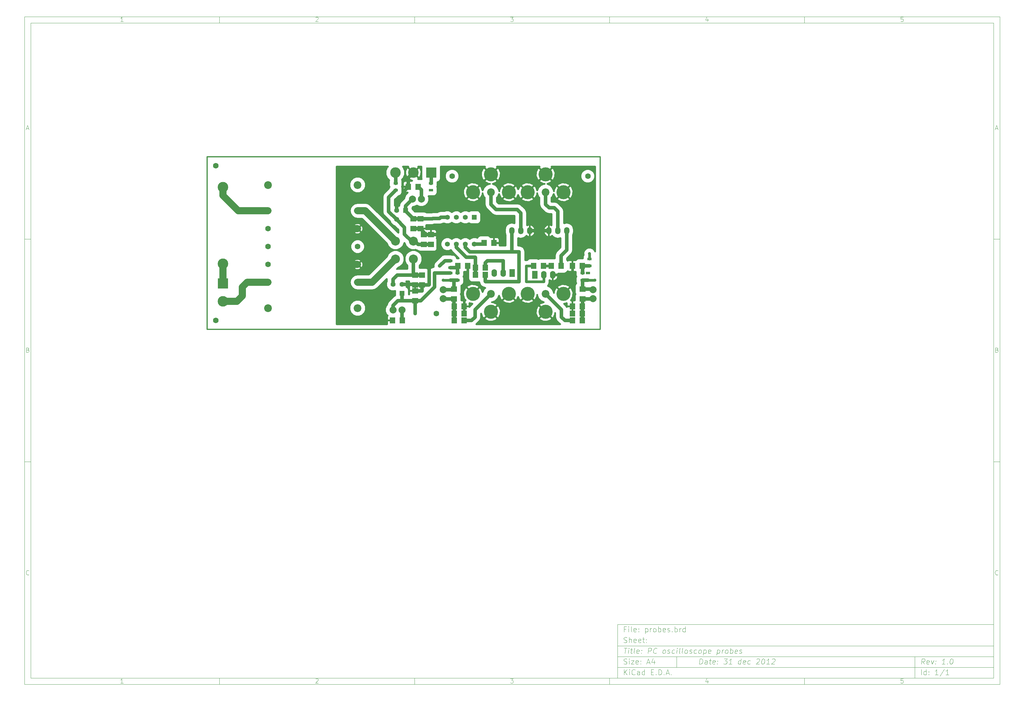
<source format=gbl>
G04 (created by PCBNEW (2012-nov-02)-testing) date 31.12.2012 (пн) 11,29,38 EET*
%MOIN*%
G04 Gerber Fmt 3.4, Leading zero omitted, Abs format*
%FSLAX34Y34*%
G01*
G70*
G90*
G04 APERTURE LIST*
%ADD10C,7.87402e-06*%
%ADD11C,0.012*%
%ADD12O,0.0591X0.0787*%
%ADD13C,0.0629921*%
%ADD14C,0.0866142*%
%ADD15R,0.055X0.055*%
%ADD16C,0.055*%
%ADD17C,0.15748*%
%ADD18C,0.0787*%
%ADD19R,0.063X0.071*%
%ADD20R,0.06X0.0866*%
%ADD21O,0.06X0.0866*%
%ADD22R,0.1181X0.1181*%
%ADD23C,0.1181*%
%ADD24R,0.0512X0.0315*%
%ADD25R,0.071X0.063*%
%ADD26C,0.1*%
%ADD27C,0.0354331*%
%ADD28C,0.0393701*%
%ADD29C,0.0314961*%
%ADD30C,0.0787402*%
%ADD31C,0.019685*%
G04 APERTURE END LIST*
G54D10*
X4000Y-4000D02*
X112930Y-4000D01*
X112930Y-78680D01*
X4000Y-78680D01*
X4000Y-4000D01*
X4700Y-4700D02*
X112230Y-4700D01*
X112230Y-77980D01*
X4700Y-77980D01*
X4700Y-4700D01*
X25780Y-4000D02*
X25780Y-4700D01*
X15032Y-4552D02*
X14747Y-4552D01*
X14890Y-4552D02*
X14890Y-4052D01*
X14842Y-4123D01*
X14794Y-4171D01*
X14747Y-4195D01*
X25780Y-78680D02*
X25780Y-77980D01*
X15032Y-78532D02*
X14747Y-78532D01*
X14890Y-78532D02*
X14890Y-78032D01*
X14842Y-78103D01*
X14794Y-78151D01*
X14747Y-78175D01*
X47560Y-4000D02*
X47560Y-4700D01*
X36527Y-4100D02*
X36550Y-4076D01*
X36598Y-4052D01*
X36717Y-4052D01*
X36765Y-4076D01*
X36789Y-4100D01*
X36812Y-4147D01*
X36812Y-4195D01*
X36789Y-4266D01*
X36503Y-4552D01*
X36812Y-4552D01*
X47560Y-78680D02*
X47560Y-77980D01*
X36527Y-78080D02*
X36550Y-78056D01*
X36598Y-78032D01*
X36717Y-78032D01*
X36765Y-78056D01*
X36789Y-78080D01*
X36812Y-78127D01*
X36812Y-78175D01*
X36789Y-78246D01*
X36503Y-78532D01*
X36812Y-78532D01*
X69340Y-4000D02*
X69340Y-4700D01*
X58283Y-4052D02*
X58592Y-4052D01*
X58426Y-4242D01*
X58497Y-4242D01*
X58545Y-4266D01*
X58569Y-4290D01*
X58592Y-4338D01*
X58592Y-4457D01*
X58569Y-4504D01*
X58545Y-4528D01*
X58497Y-4552D01*
X58354Y-4552D01*
X58307Y-4528D01*
X58283Y-4504D01*
X69340Y-78680D02*
X69340Y-77980D01*
X58283Y-78032D02*
X58592Y-78032D01*
X58426Y-78222D01*
X58497Y-78222D01*
X58545Y-78246D01*
X58569Y-78270D01*
X58592Y-78318D01*
X58592Y-78437D01*
X58569Y-78484D01*
X58545Y-78508D01*
X58497Y-78532D01*
X58354Y-78532D01*
X58307Y-78508D01*
X58283Y-78484D01*
X91120Y-4000D02*
X91120Y-4700D01*
X80325Y-4219D02*
X80325Y-4552D01*
X80206Y-4028D02*
X80087Y-4385D01*
X80396Y-4385D01*
X91120Y-78680D02*
X91120Y-77980D01*
X80325Y-78199D02*
X80325Y-78532D01*
X80206Y-78008D02*
X80087Y-78365D01*
X80396Y-78365D01*
X102129Y-4052D02*
X101890Y-4052D01*
X101867Y-4290D01*
X101890Y-4266D01*
X101938Y-4242D01*
X102057Y-4242D01*
X102105Y-4266D01*
X102129Y-4290D01*
X102152Y-4338D01*
X102152Y-4457D01*
X102129Y-4504D01*
X102105Y-4528D01*
X102057Y-4552D01*
X101938Y-4552D01*
X101890Y-4528D01*
X101867Y-4504D01*
X102129Y-78032D02*
X101890Y-78032D01*
X101867Y-78270D01*
X101890Y-78246D01*
X101938Y-78222D01*
X102057Y-78222D01*
X102105Y-78246D01*
X102129Y-78270D01*
X102152Y-78318D01*
X102152Y-78437D01*
X102129Y-78484D01*
X102105Y-78508D01*
X102057Y-78532D01*
X101938Y-78532D01*
X101890Y-78508D01*
X101867Y-78484D01*
X4000Y-28890D02*
X4700Y-28890D01*
X4230Y-16509D02*
X4469Y-16509D01*
X4183Y-16652D02*
X4350Y-16152D01*
X4516Y-16652D01*
X112930Y-28890D02*
X112230Y-28890D01*
X112460Y-16509D02*
X112699Y-16509D01*
X112413Y-16652D02*
X112580Y-16152D01*
X112746Y-16652D01*
X4000Y-53780D02*
X4700Y-53780D01*
X4385Y-41280D02*
X4457Y-41304D01*
X4480Y-41328D01*
X4504Y-41375D01*
X4504Y-41447D01*
X4480Y-41494D01*
X4457Y-41518D01*
X4409Y-41542D01*
X4219Y-41542D01*
X4219Y-41042D01*
X4385Y-41042D01*
X4433Y-41066D01*
X4457Y-41090D01*
X4480Y-41137D01*
X4480Y-41185D01*
X4457Y-41232D01*
X4433Y-41256D01*
X4385Y-41280D01*
X4219Y-41280D01*
X112930Y-53780D02*
X112230Y-53780D01*
X112615Y-41280D02*
X112687Y-41304D01*
X112710Y-41328D01*
X112734Y-41375D01*
X112734Y-41447D01*
X112710Y-41494D01*
X112687Y-41518D01*
X112639Y-41542D01*
X112449Y-41542D01*
X112449Y-41042D01*
X112615Y-41042D01*
X112663Y-41066D01*
X112687Y-41090D01*
X112710Y-41137D01*
X112710Y-41185D01*
X112687Y-41232D01*
X112663Y-41256D01*
X112615Y-41280D01*
X112449Y-41280D01*
X4504Y-66384D02*
X4480Y-66408D01*
X4409Y-66432D01*
X4361Y-66432D01*
X4290Y-66408D01*
X4242Y-66360D01*
X4219Y-66313D01*
X4195Y-66218D01*
X4195Y-66146D01*
X4219Y-66051D01*
X4242Y-66003D01*
X4290Y-65956D01*
X4361Y-65932D01*
X4409Y-65932D01*
X4480Y-65956D01*
X4504Y-65980D01*
X112734Y-66384D02*
X112710Y-66408D01*
X112639Y-66432D01*
X112591Y-66432D01*
X112520Y-66408D01*
X112472Y-66360D01*
X112449Y-66313D01*
X112425Y-66218D01*
X112425Y-66146D01*
X112449Y-66051D01*
X112472Y-66003D01*
X112520Y-65956D01*
X112591Y-65932D01*
X112639Y-65932D01*
X112710Y-65956D01*
X112734Y-65980D01*
X79380Y-76422D02*
X79455Y-75822D01*
X79597Y-75822D01*
X79680Y-75851D01*
X79730Y-75908D01*
X79751Y-75965D01*
X79765Y-76080D01*
X79755Y-76165D01*
X79712Y-76280D01*
X79676Y-76337D01*
X79612Y-76394D01*
X79522Y-76422D01*
X79380Y-76422D01*
X80237Y-76422D02*
X80276Y-76108D01*
X80255Y-76051D01*
X80201Y-76022D01*
X80087Y-76022D01*
X80026Y-76051D01*
X80240Y-76394D02*
X80180Y-76422D01*
X80037Y-76422D01*
X79983Y-76394D01*
X79962Y-76337D01*
X79969Y-76280D01*
X80005Y-76222D01*
X80065Y-76194D01*
X80208Y-76194D01*
X80269Y-76165D01*
X80487Y-76022D02*
X80715Y-76022D01*
X80597Y-75822D02*
X80533Y-76337D01*
X80555Y-76394D01*
X80608Y-76422D01*
X80665Y-76422D01*
X81097Y-76394D02*
X81037Y-76422D01*
X80922Y-76422D01*
X80869Y-76394D01*
X80847Y-76337D01*
X80876Y-76108D01*
X80912Y-76051D01*
X80972Y-76022D01*
X81087Y-76022D01*
X81140Y-76051D01*
X81162Y-76108D01*
X81155Y-76165D01*
X80862Y-76222D01*
X81387Y-76365D02*
X81412Y-76394D01*
X81380Y-76422D01*
X81355Y-76394D01*
X81387Y-76365D01*
X81380Y-76422D01*
X81426Y-76051D02*
X81451Y-76080D01*
X81419Y-76108D01*
X81394Y-76080D01*
X81426Y-76051D01*
X81419Y-76108D01*
X82140Y-75822D02*
X82512Y-75822D01*
X82283Y-76051D01*
X82369Y-76051D01*
X82422Y-76080D01*
X82447Y-76108D01*
X82469Y-76165D01*
X82451Y-76308D01*
X82415Y-76365D01*
X82383Y-76394D01*
X82322Y-76422D01*
X82151Y-76422D01*
X82097Y-76394D01*
X82072Y-76365D01*
X83008Y-76422D02*
X82665Y-76422D01*
X82837Y-76422D02*
X82912Y-75822D01*
X82844Y-75908D01*
X82780Y-75965D01*
X82719Y-75994D01*
X83980Y-76422D02*
X84055Y-75822D01*
X83983Y-76394D02*
X83922Y-76422D01*
X83808Y-76422D01*
X83755Y-76394D01*
X83730Y-76365D01*
X83708Y-76308D01*
X83730Y-76137D01*
X83765Y-76080D01*
X83797Y-76051D01*
X83858Y-76022D01*
X83972Y-76022D01*
X84026Y-76051D01*
X84497Y-76394D02*
X84437Y-76422D01*
X84322Y-76422D01*
X84269Y-76394D01*
X84247Y-76337D01*
X84276Y-76108D01*
X84312Y-76051D01*
X84372Y-76022D01*
X84487Y-76022D01*
X84540Y-76051D01*
X84562Y-76108D01*
X84555Y-76165D01*
X84262Y-76222D01*
X85040Y-76394D02*
X84980Y-76422D01*
X84865Y-76422D01*
X84812Y-76394D01*
X84787Y-76365D01*
X84765Y-76308D01*
X84787Y-76137D01*
X84822Y-76080D01*
X84855Y-76051D01*
X84915Y-76022D01*
X85030Y-76022D01*
X85083Y-76051D01*
X85790Y-75880D02*
X85822Y-75851D01*
X85883Y-75822D01*
X86026Y-75822D01*
X86080Y-75851D01*
X86105Y-75880D01*
X86126Y-75937D01*
X86119Y-75994D01*
X86080Y-76080D01*
X85694Y-76422D01*
X86065Y-76422D01*
X86512Y-75822D02*
X86569Y-75822D01*
X86622Y-75851D01*
X86647Y-75880D01*
X86669Y-75937D01*
X86683Y-76051D01*
X86665Y-76194D01*
X86622Y-76308D01*
X86587Y-76365D01*
X86555Y-76394D01*
X86494Y-76422D01*
X86437Y-76422D01*
X86383Y-76394D01*
X86358Y-76365D01*
X86337Y-76308D01*
X86322Y-76194D01*
X86340Y-76051D01*
X86383Y-75937D01*
X86419Y-75880D01*
X86451Y-75851D01*
X86512Y-75822D01*
X87208Y-76422D02*
X86865Y-76422D01*
X87037Y-76422D02*
X87112Y-75822D01*
X87044Y-75908D01*
X86980Y-75965D01*
X86919Y-75994D01*
X87505Y-75880D02*
X87537Y-75851D01*
X87597Y-75822D01*
X87740Y-75822D01*
X87794Y-75851D01*
X87819Y-75880D01*
X87840Y-75937D01*
X87833Y-75994D01*
X87794Y-76080D01*
X87408Y-76422D01*
X87780Y-76422D01*
X70972Y-77622D02*
X70972Y-77022D01*
X71315Y-77622D02*
X71058Y-77280D01*
X71315Y-77022D02*
X70972Y-77365D01*
X71572Y-77622D02*
X71572Y-77222D01*
X71572Y-77022D02*
X71544Y-77051D01*
X71572Y-77080D01*
X71601Y-77051D01*
X71572Y-77022D01*
X71572Y-77080D01*
X72201Y-77565D02*
X72172Y-77594D01*
X72087Y-77622D01*
X72030Y-77622D01*
X71944Y-77594D01*
X71887Y-77537D01*
X71858Y-77480D01*
X71830Y-77365D01*
X71830Y-77280D01*
X71858Y-77165D01*
X71887Y-77108D01*
X71944Y-77051D01*
X72030Y-77022D01*
X72087Y-77022D01*
X72172Y-77051D01*
X72201Y-77080D01*
X72715Y-77622D02*
X72715Y-77308D01*
X72687Y-77251D01*
X72630Y-77222D01*
X72515Y-77222D01*
X72458Y-77251D01*
X72715Y-77594D02*
X72658Y-77622D01*
X72515Y-77622D01*
X72458Y-77594D01*
X72430Y-77537D01*
X72430Y-77480D01*
X72458Y-77422D01*
X72515Y-77394D01*
X72658Y-77394D01*
X72715Y-77365D01*
X73258Y-77622D02*
X73258Y-77022D01*
X73258Y-77594D02*
X73201Y-77622D01*
X73087Y-77622D01*
X73030Y-77594D01*
X73001Y-77565D01*
X72972Y-77508D01*
X72972Y-77337D01*
X73001Y-77280D01*
X73030Y-77251D01*
X73087Y-77222D01*
X73201Y-77222D01*
X73258Y-77251D01*
X74001Y-77308D02*
X74201Y-77308D01*
X74287Y-77622D02*
X74001Y-77622D01*
X74001Y-77022D01*
X74287Y-77022D01*
X74544Y-77565D02*
X74572Y-77594D01*
X74544Y-77622D01*
X74515Y-77594D01*
X74544Y-77565D01*
X74544Y-77622D01*
X74829Y-77622D02*
X74829Y-77022D01*
X74972Y-77022D01*
X75058Y-77051D01*
X75115Y-77108D01*
X75144Y-77165D01*
X75172Y-77280D01*
X75172Y-77365D01*
X75144Y-77480D01*
X75115Y-77537D01*
X75058Y-77594D01*
X74972Y-77622D01*
X74829Y-77622D01*
X75429Y-77565D02*
X75458Y-77594D01*
X75429Y-77622D01*
X75401Y-77594D01*
X75429Y-77565D01*
X75429Y-77622D01*
X75687Y-77451D02*
X75972Y-77451D01*
X75629Y-77622D02*
X75829Y-77022D01*
X76029Y-77622D01*
X76229Y-77565D02*
X76258Y-77594D01*
X76229Y-77622D01*
X76201Y-77594D01*
X76229Y-77565D01*
X76229Y-77622D01*
X104522Y-76422D02*
X104358Y-76137D01*
X104180Y-76422D02*
X104255Y-75822D01*
X104483Y-75822D01*
X104537Y-75851D01*
X104562Y-75880D01*
X104583Y-75937D01*
X104572Y-76022D01*
X104537Y-76080D01*
X104505Y-76108D01*
X104444Y-76137D01*
X104215Y-76137D01*
X105012Y-76394D02*
X104951Y-76422D01*
X104837Y-76422D01*
X104783Y-76394D01*
X104762Y-76337D01*
X104790Y-76108D01*
X104826Y-76051D01*
X104887Y-76022D01*
X105001Y-76022D01*
X105055Y-76051D01*
X105076Y-76108D01*
X105069Y-76165D01*
X104776Y-76222D01*
X105287Y-76022D02*
X105380Y-76422D01*
X105572Y-76022D01*
X105758Y-76365D02*
X105783Y-76394D01*
X105751Y-76422D01*
X105726Y-76394D01*
X105758Y-76365D01*
X105751Y-76422D01*
X105797Y-76051D02*
X105822Y-76080D01*
X105790Y-76108D01*
X105765Y-76080D01*
X105797Y-76051D01*
X105790Y-76108D01*
X106808Y-76422D02*
X106465Y-76422D01*
X106637Y-76422D02*
X106712Y-75822D01*
X106644Y-75908D01*
X106580Y-75965D01*
X106519Y-75994D01*
X107072Y-76365D02*
X107097Y-76394D01*
X107065Y-76422D01*
X107040Y-76394D01*
X107072Y-76365D01*
X107065Y-76422D01*
X107540Y-75822D02*
X107597Y-75822D01*
X107651Y-75851D01*
X107676Y-75880D01*
X107697Y-75937D01*
X107712Y-76051D01*
X107694Y-76194D01*
X107651Y-76308D01*
X107615Y-76365D01*
X107583Y-76394D01*
X107522Y-76422D01*
X107465Y-76422D01*
X107412Y-76394D01*
X107387Y-76365D01*
X107365Y-76308D01*
X107351Y-76194D01*
X107369Y-76051D01*
X107412Y-75937D01*
X107447Y-75880D01*
X107480Y-75851D01*
X107540Y-75822D01*
X70944Y-76394D02*
X71030Y-76422D01*
X71172Y-76422D01*
X71230Y-76394D01*
X71258Y-76365D01*
X71287Y-76308D01*
X71287Y-76251D01*
X71258Y-76194D01*
X71230Y-76165D01*
X71172Y-76137D01*
X71058Y-76108D01*
X71001Y-76080D01*
X70972Y-76051D01*
X70944Y-75994D01*
X70944Y-75937D01*
X70972Y-75880D01*
X71001Y-75851D01*
X71058Y-75822D01*
X71201Y-75822D01*
X71287Y-75851D01*
X71544Y-76422D02*
X71544Y-76022D01*
X71544Y-75822D02*
X71515Y-75851D01*
X71544Y-75880D01*
X71572Y-75851D01*
X71544Y-75822D01*
X71544Y-75880D01*
X71772Y-76022D02*
X72087Y-76022D01*
X71772Y-76422D01*
X72087Y-76422D01*
X72544Y-76394D02*
X72487Y-76422D01*
X72372Y-76422D01*
X72315Y-76394D01*
X72287Y-76337D01*
X72287Y-76108D01*
X72315Y-76051D01*
X72372Y-76022D01*
X72487Y-76022D01*
X72544Y-76051D01*
X72572Y-76108D01*
X72572Y-76165D01*
X72287Y-76222D01*
X72830Y-76365D02*
X72858Y-76394D01*
X72830Y-76422D01*
X72801Y-76394D01*
X72830Y-76365D01*
X72830Y-76422D01*
X72830Y-76051D02*
X72858Y-76080D01*
X72830Y-76108D01*
X72801Y-76080D01*
X72830Y-76051D01*
X72830Y-76108D01*
X73544Y-76251D02*
X73830Y-76251D01*
X73487Y-76422D02*
X73687Y-75822D01*
X73887Y-76422D01*
X74344Y-76022D02*
X74344Y-76422D01*
X74201Y-75794D02*
X74058Y-76222D01*
X74430Y-76222D01*
X104172Y-77622D02*
X104172Y-77022D01*
X104715Y-77622D02*
X104715Y-77022D01*
X104715Y-77594D02*
X104658Y-77622D01*
X104544Y-77622D01*
X104487Y-77594D01*
X104458Y-77565D01*
X104430Y-77508D01*
X104430Y-77337D01*
X104458Y-77280D01*
X104487Y-77251D01*
X104544Y-77222D01*
X104658Y-77222D01*
X104715Y-77251D01*
X105001Y-77565D02*
X105030Y-77594D01*
X105001Y-77622D01*
X104972Y-77594D01*
X105001Y-77565D01*
X105001Y-77622D01*
X105001Y-77251D02*
X105030Y-77280D01*
X105001Y-77308D01*
X104972Y-77280D01*
X105001Y-77251D01*
X105001Y-77308D01*
X106058Y-77622D02*
X105715Y-77622D01*
X105887Y-77622D02*
X105887Y-77022D01*
X105829Y-77108D01*
X105772Y-77165D01*
X105715Y-77194D01*
X106744Y-76994D02*
X106230Y-77765D01*
X107258Y-77622D02*
X106915Y-77622D01*
X107087Y-77622D02*
X107087Y-77022D01*
X107029Y-77108D01*
X106972Y-77165D01*
X106915Y-77194D01*
X70969Y-74622D02*
X71312Y-74622D01*
X71065Y-75222D02*
X71140Y-74622D01*
X71437Y-75222D02*
X71487Y-74822D01*
X71512Y-74622D02*
X71480Y-74651D01*
X71505Y-74680D01*
X71537Y-74651D01*
X71512Y-74622D01*
X71505Y-74680D01*
X71687Y-74822D02*
X71915Y-74822D01*
X71797Y-74622D02*
X71733Y-75137D01*
X71755Y-75194D01*
X71808Y-75222D01*
X71865Y-75222D01*
X72151Y-75222D02*
X72097Y-75194D01*
X72076Y-75137D01*
X72140Y-74622D01*
X72612Y-75194D02*
X72551Y-75222D01*
X72437Y-75222D01*
X72383Y-75194D01*
X72362Y-75137D01*
X72390Y-74908D01*
X72426Y-74851D01*
X72487Y-74822D01*
X72601Y-74822D01*
X72655Y-74851D01*
X72676Y-74908D01*
X72669Y-74965D01*
X72376Y-75022D01*
X72901Y-75165D02*
X72926Y-75194D01*
X72894Y-75222D01*
X72869Y-75194D01*
X72901Y-75165D01*
X72894Y-75222D01*
X72940Y-74851D02*
X72965Y-74880D01*
X72933Y-74908D01*
X72908Y-74880D01*
X72940Y-74851D01*
X72933Y-74908D01*
X73637Y-75222D02*
X73712Y-74622D01*
X73940Y-74622D01*
X73994Y-74651D01*
X74019Y-74680D01*
X74040Y-74737D01*
X74030Y-74822D01*
X73994Y-74880D01*
X73962Y-74908D01*
X73901Y-74937D01*
X73672Y-74937D01*
X74587Y-75165D02*
X74555Y-75194D01*
X74465Y-75222D01*
X74408Y-75222D01*
X74326Y-75194D01*
X74276Y-75137D01*
X74255Y-75080D01*
X74240Y-74965D01*
X74251Y-74880D01*
X74294Y-74765D01*
X74330Y-74708D01*
X74394Y-74651D01*
X74483Y-74622D01*
X74540Y-74622D01*
X74622Y-74651D01*
X74647Y-74680D01*
X75380Y-75222D02*
X75326Y-75194D01*
X75301Y-75165D01*
X75280Y-75108D01*
X75301Y-74937D01*
X75337Y-74880D01*
X75369Y-74851D01*
X75430Y-74822D01*
X75515Y-74822D01*
X75569Y-74851D01*
X75594Y-74880D01*
X75615Y-74937D01*
X75594Y-75108D01*
X75558Y-75165D01*
X75526Y-75194D01*
X75465Y-75222D01*
X75380Y-75222D01*
X75812Y-75194D02*
X75865Y-75222D01*
X75980Y-75222D01*
X76040Y-75194D01*
X76076Y-75137D01*
X76080Y-75108D01*
X76058Y-75051D01*
X76005Y-75022D01*
X75919Y-75022D01*
X75865Y-74994D01*
X75844Y-74937D01*
X75847Y-74908D01*
X75883Y-74851D01*
X75944Y-74822D01*
X76030Y-74822D01*
X76083Y-74851D01*
X76583Y-75194D02*
X76522Y-75222D01*
X76408Y-75222D01*
X76355Y-75194D01*
X76330Y-75165D01*
X76308Y-75108D01*
X76330Y-74937D01*
X76365Y-74880D01*
X76397Y-74851D01*
X76458Y-74822D01*
X76572Y-74822D01*
X76626Y-74851D01*
X76837Y-75222D02*
X76887Y-74822D01*
X76912Y-74622D02*
X76880Y-74651D01*
X76905Y-74680D01*
X76937Y-74651D01*
X76912Y-74622D01*
X76905Y-74680D01*
X77208Y-75222D02*
X77155Y-75194D01*
X77133Y-75137D01*
X77197Y-74622D01*
X77522Y-75222D02*
X77469Y-75194D01*
X77447Y-75137D01*
X77512Y-74622D01*
X77837Y-75222D02*
X77783Y-75194D01*
X77758Y-75165D01*
X77737Y-75108D01*
X77758Y-74937D01*
X77794Y-74880D01*
X77826Y-74851D01*
X77887Y-74822D01*
X77972Y-74822D01*
X78026Y-74851D01*
X78051Y-74880D01*
X78072Y-74937D01*
X78051Y-75108D01*
X78015Y-75165D01*
X77983Y-75194D01*
X77922Y-75222D01*
X77837Y-75222D01*
X78269Y-75194D02*
X78322Y-75222D01*
X78437Y-75222D01*
X78497Y-75194D01*
X78533Y-75137D01*
X78537Y-75108D01*
X78515Y-75051D01*
X78462Y-75022D01*
X78376Y-75022D01*
X78322Y-74994D01*
X78301Y-74937D01*
X78305Y-74908D01*
X78340Y-74851D01*
X78401Y-74822D01*
X78487Y-74822D01*
X78540Y-74851D01*
X79040Y-75194D02*
X78980Y-75222D01*
X78865Y-75222D01*
X78812Y-75194D01*
X78787Y-75165D01*
X78765Y-75108D01*
X78787Y-74937D01*
X78822Y-74880D01*
X78855Y-74851D01*
X78915Y-74822D01*
X79030Y-74822D01*
X79083Y-74851D01*
X79380Y-75222D02*
X79326Y-75194D01*
X79301Y-75165D01*
X79280Y-75108D01*
X79301Y-74937D01*
X79337Y-74880D01*
X79369Y-74851D01*
X79430Y-74822D01*
X79515Y-74822D01*
X79569Y-74851D01*
X79594Y-74880D01*
X79615Y-74937D01*
X79594Y-75108D01*
X79558Y-75165D01*
X79526Y-75194D01*
X79465Y-75222D01*
X79380Y-75222D01*
X79887Y-74822D02*
X79812Y-75422D01*
X79883Y-74851D02*
X79944Y-74822D01*
X80058Y-74822D01*
X80112Y-74851D01*
X80137Y-74880D01*
X80158Y-74937D01*
X80137Y-75108D01*
X80101Y-75165D01*
X80069Y-75194D01*
X80008Y-75222D01*
X79894Y-75222D01*
X79840Y-75194D01*
X80612Y-75194D02*
X80551Y-75222D01*
X80437Y-75222D01*
X80383Y-75194D01*
X80362Y-75137D01*
X80390Y-74908D01*
X80426Y-74851D01*
X80487Y-74822D01*
X80601Y-74822D01*
X80655Y-74851D01*
X80676Y-74908D01*
X80669Y-74965D01*
X80376Y-75022D01*
X81401Y-74822D02*
X81326Y-75422D01*
X81397Y-74851D02*
X81458Y-74822D01*
X81572Y-74822D01*
X81626Y-74851D01*
X81651Y-74880D01*
X81672Y-74937D01*
X81651Y-75108D01*
X81615Y-75165D01*
X81583Y-75194D01*
X81522Y-75222D01*
X81408Y-75222D01*
X81355Y-75194D01*
X81894Y-75222D02*
X81944Y-74822D01*
X81930Y-74937D02*
X81965Y-74880D01*
X81997Y-74851D01*
X82058Y-74822D01*
X82115Y-74822D01*
X82351Y-75222D02*
X82297Y-75194D01*
X82272Y-75165D01*
X82251Y-75108D01*
X82272Y-74937D01*
X82308Y-74880D01*
X82340Y-74851D01*
X82401Y-74822D01*
X82487Y-74822D01*
X82540Y-74851D01*
X82565Y-74880D01*
X82587Y-74937D01*
X82565Y-75108D01*
X82530Y-75165D01*
X82497Y-75194D01*
X82437Y-75222D01*
X82351Y-75222D01*
X82808Y-75222D02*
X82883Y-74622D01*
X82855Y-74851D02*
X82915Y-74822D01*
X83030Y-74822D01*
X83083Y-74851D01*
X83108Y-74880D01*
X83130Y-74937D01*
X83108Y-75108D01*
X83072Y-75165D01*
X83040Y-75194D01*
X82980Y-75222D01*
X82865Y-75222D01*
X82812Y-75194D01*
X83583Y-75194D02*
X83522Y-75222D01*
X83408Y-75222D01*
X83355Y-75194D01*
X83333Y-75137D01*
X83362Y-74908D01*
X83397Y-74851D01*
X83458Y-74822D01*
X83572Y-74822D01*
X83626Y-74851D01*
X83647Y-74908D01*
X83640Y-74965D01*
X83347Y-75022D01*
X83840Y-75194D02*
X83894Y-75222D01*
X84008Y-75222D01*
X84069Y-75194D01*
X84105Y-75137D01*
X84108Y-75108D01*
X84087Y-75051D01*
X84033Y-75022D01*
X83947Y-75022D01*
X83894Y-74994D01*
X83872Y-74937D01*
X83876Y-74908D01*
X83912Y-74851D01*
X83972Y-74822D01*
X84058Y-74822D01*
X84112Y-74851D01*
X71172Y-72508D02*
X70972Y-72508D01*
X70972Y-72822D02*
X70972Y-72222D01*
X71258Y-72222D01*
X71487Y-72822D02*
X71487Y-72422D01*
X71487Y-72222D02*
X71458Y-72251D01*
X71487Y-72280D01*
X71515Y-72251D01*
X71487Y-72222D01*
X71487Y-72280D01*
X71858Y-72822D02*
X71801Y-72794D01*
X71772Y-72737D01*
X71772Y-72222D01*
X72315Y-72794D02*
X72258Y-72822D01*
X72144Y-72822D01*
X72087Y-72794D01*
X72058Y-72737D01*
X72058Y-72508D01*
X72087Y-72451D01*
X72144Y-72422D01*
X72258Y-72422D01*
X72315Y-72451D01*
X72344Y-72508D01*
X72344Y-72565D01*
X72058Y-72622D01*
X72601Y-72765D02*
X72630Y-72794D01*
X72601Y-72822D01*
X72572Y-72794D01*
X72601Y-72765D01*
X72601Y-72822D01*
X72601Y-72451D02*
X72630Y-72480D01*
X72601Y-72508D01*
X72572Y-72480D01*
X72601Y-72451D01*
X72601Y-72508D01*
X73344Y-72422D02*
X73344Y-73022D01*
X73344Y-72451D02*
X73401Y-72422D01*
X73515Y-72422D01*
X73572Y-72451D01*
X73601Y-72480D01*
X73630Y-72537D01*
X73630Y-72708D01*
X73601Y-72765D01*
X73572Y-72794D01*
X73515Y-72822D01*
X73401Y-72822D01*
X73344Y-72794D01*
X73887Y-72822D02*
X73887Y-72422D01*
X73887Y-72537D02*
X73915Y-72480D01*
X73944Y-72451D01*
X74001Y-72422D01*
X74058Y-72422D01*
X74344Y-72822D02*
X74287Y-72794D01*
X74258Y-72765D01*
X74230Y-72708D01*
X74230Y-72537D01*
X74258Y-72480D01*
X74287Y-72451D01*
X74344Y-72422D01*
X74430Y-72422D01*
X74487Y-72451D01*
X74515Y-72480D01*
X74544Y-72537D01*
X74544Y-72708D01*
X74515Y-72765D01*
X74487Y-72794D01*
X74430Y-72822D01*
X74344Y-72822D01*
X74801Y-72822D02*
X74801Y-72222D01*
X74801Y-72451D02*
X74858Y-72422D01*
X74972Y-72422D01*
X75030Y-72451D01*
X75058Y-72480D01*
X75087Y-72537D01*
X75087Y-72708D01*
X75058Y-72765D01*
X75030Y-72794D01*
X74972Y-72822D01*
X74858Y-72822D01*
X74801Y-72794D01*
X75572Y-72794D02*
X75515Y-72822D01*
X75401Y-72822D01*
X75344Y-72794D01*
X75315Y-72737D01*
X75315Y-72508D01*
X75344Y-72451D01*
X75401Y-72422D01*
X75515Y-72422D01*
X75572Y-72451D01*
X75601Y-72508D01*
X75601Y-72565D01*
X75315Y-72622D01*
X75830Y-72794D02*
X75887Y-72822D01*
X76001Y-72822D01*
X76058Y-72794D01*
X76087Y-72737D01*
X76087Y-72708D01*
X76058Y-72651D01*
X76001Y-72622D01*
X75915Y-72622D01*
X75858Y-72594D01*
X75830Y-72537D01*
X75830Y-72508D01*
X75858Y-72451D01*
X75915Y-72422D01*
X76001Y-72422D01*
X76058Y-72451D01*
X76344Y-72765D02*
X76372Y-72794D01*
X76344Y-72822D01*
X76315Y-72794D01*
X76344Y-72765D01*
X76344Y-72822D01*
X76630Y-72822D02*
X76630Y-72222D01*
X76630Y-72451D02*
X76687Y-72422D01*
X76801Y-72422D01*
X76858Y-72451D01*
X76887Y-72480D01*
X76915Y-72537D01*
X76915Y-72708D01*
X76887Y-72765D01*
X76858Y-72794D01*
X76801Y-72822D01*
X76687Y-72822D01*
X76630Y-72794D01*
X77172Y-72822D02*
X77172Y-72422D01*
X77172Y-72537D02*
X77201Y-72480D01*
X77230Y-72451D01*
X77287Y-72422D01*
X77344Y-72422D01*
X77801Y-72822D02*
X77801Y-72222D01*
X77801Y-72794D02*
X77744Y-72822D01*
X77630Y-72822D01*
X77572Y-72794D01*
X77544Y-72765D01*
X77515Y-72708D01*
X77515Y-72537D01*
X77544Y-72480D01*
X77572Y-72451D01*
X77630Y-72422D01*
X77744Y-72422D01*
X77801Y-72451D01*
X70944Y-73994D02*
X71030Y-74022D01*
X71172Y-74022D01*
X71230Y-73994D01*
X71258Y-73965D01*
X71287Y-73908D01*
X71287Y-73851D01*
X71258Y-73794D01*
X71230Y-73765D01*
X71172Y-73737D01*
X71058Y-73708D01*
X71001Y-73680D01*
X70972Y-73651D01*
X70944Y-73594D01*
X70944Y-73537D01*
X70972Y-73480D01*
X71001Y-73451D01*
X71058Y-73422D01*
X71201Y-73422D01*
X71287Y-73451D01*
X71544Y-74022D02*
X71544Y-73422D01*
X71801Y-74022D02*
X71801Y-73708D01*
X71772Y-73651D01*
X71715Y-73622D01*
X71630Y-73622D01*
X71572Y-73651D01*
X71544Y-73680D01*
X72315Y-73994D02*
X72258Y-74022D01*
X72144Y-74022D01*
X72087Y-73994D01*
X72058Y-73937D01*
X72058Y-73708D01*
X72087Y-73651D01*
X72144Y-73622D01*
X72258Y-73622D01*
X72315Y-73651D01*
X72344Y-73708D01*
X72344Y-73765D01*
X72058Y-73822D01*
X72830Y-73994D02*
X72772Y-74022D01*
X72658Y-74022D01*
X72601Y-73994D01*
X72572Y-73937D01*
X72572Y-73708D01*
X72601Y-73651D01*
X72658Y-73622D01*
X72772Y-73622D01*
X72830Y-73651D01*
X72858Y-73708D01*
X72858Y-73765D01*
X72572Y-73822D01*
X73030Y-73622D02*
X73258Y-73622D01*
X73115Y-73422D02*
X73115Y-73937D01*
X73144Y-73994D01*
X73201Y-74022D01*
X73258Y-74022D01*
X73458Y-73965D02*
X73487Y-73994D01*
X73458Y-74022D01*
X73430Y-73994D01*
X73458Y-73965D01*
X73458Y-74022D01*
X73458Y-73651D02*
X73487Y-73680D01*
X73458Y-73708D01*
X73430Y-73680D01*
X73458Y-73651D01*
X73458Y-73708D01*
X70230Y-71980D02*
X70230Y-77980D01*
X70230Y-71980D02*
X112230Y-71980D01*
X70230Y-71980D02*
X112230Y-71980D01*
X70230Y-74380D02*
X112230Y-74380D01*
X103430Y-75580D02*
X103430Y-77980D01*
X70230Y-76780D02*
X112230Y-76780D01*
X70230Y-75580D02*
X112230Y-75580D01*
X76830Y-75580D02*
X76830Y-76780D01*
G54D11*
X68307Y-19685D02*
X68307Y-38976D01*
X24409Y-19685D02*
X68307Y-19685D01*
X24409Y-20078D02*
X24409Y-19685D01*
X24409Y-20669D02*
X24409Y-20078D01*
X24409Y-38976D02*
X24409Y-20669D01*
X68307Y-38976D02*
X24409Y-38976D01*
G54D12*
X64582Y-27952D03*
X63582Y-27952D03*
X62582Y-27952D03*
X58448Y-27952D03*
X59448Y-27952D03*
X60448Y-27952D03*
G54D13*
X31220Y-25724D03*
X31220Y-27724D03*
X31220Y-29724D03*
X31220Y-31724D03*
X31220Y-33724D03*
X41220Y-33724D03*
X41220Y-31724D03*
X41220Y-29724D03*
X41220Y-27724D03*
X41220Y-25724D03*
G54D14*
X41220Y-22834D03*
X31220Y-22834D03*
X31220Y-36614D03*
X41220Y-36614D03*
G54D15*
X46562Y-25681D03*
G54D16*
X45562Y-25681D03*
X45562Y-26681D03*
G54D15*
X46169Y-34948D03*
G54D16*
X46169Y-33948D03*
X45169Y-33948D03*
G54D17*
X60196Y-35019D03*
X64212Y-35019D03*
X62204Y-37027D03*
G54D14*
X62204Y-35019D03*
G54D17*
X54094Y-35019D03*
X58110Y-35019D03*
X56102Y-37027D03*
G54D14*
X56102Y-35019D03*
G54D17*
X64212Y-23641D03*
X60196Y-23641D03*
X62204Y-21633D03*
G54D14*
X62204Y-23641D03*
G54D17*
X58110Y-23641D03*
X54094Y-23641D03*
X56102Y-21633D03*
G54D14*
X56102Y-23641D03*
G54D18*
X50787Y-34539D03*
X50787Y-35539D03*
X67519Y-34539D03*
X67519Y-35539D03*
G54D19*
X55471Y-32086D03*
X54371Y-32086D03*
X60867Y-31889D03*
X61967Y-31889D03*
X63935Y-31889D03*
X62835Y-31889D03*
X65198Y-37204D03*
X66298Y-37204D03*
X65198Y-31889D03*
X66298Y-31889D03*
X53109Y-37204D03*
X52009Y-37204D03*
X53502Y-31889D03*
X52402Y-31889D03*
X55471Y-32874D03*
X54371Y-32874D03*
X47990Y-23031D03*
X46890Y-23031D03*
X46219Y-37992D03*
X45119Y-37992D03*
G54D20*
X58480Y-32677D03*
G54D21*
X57480Y-32677D03*
X56480Y-32677D03*
G54D20*
X61007Y-32874D03*
G54D21*
X62007Y-32874D03*
X63007Y-32874D03*
G54D22*
X49440Y-21456D03*
G54D23*
X47440Y-21456D03*
X45440Y-21456D03*
G54D22*
X26181Y-33842D03*
G54D23*
X26181Y-35842D03*
G54D24*
X51574Y-33464D03*
X51574Y-32676D03*
X51574Y-32086D03*
X51574Y-31298D03*
X52362Y-32676D03*
X52362Y-33464D03*
X67125Y-31890D03*
X67125Y-31102D03*
X66338Y-32676D03*
X66338Y-33464D03*
X66929Y-33464D03*
X66929Y-32676D03*
X49409Y-23425D03*
X49409Y-22637D03*
X45472Y-22637D03*
X45472Y-23425D03*
G54D18*
X48334Y-24409D03*
X47334Y-24409D03*
X45169Y-36811D03*
X46169Y-36811D03*
G54D23*
X26181Y-31647D03*
X26181Y-23077D03*
G54D15*
X54255Y-26452D03*
G54D16*
X53255Y-26452D03*
X52255Y-26452D03*
X51255Y-26452D03*
X51255Y-29452D03*
X52255Y-29452D03*
X53255Y-29452D03*
X54255Y-29452D03*
G54D25*
X51968Y-34489D03*
X51968Y-35589D03*
X48228Y-27715D03*
X48228Y-26615D03*
X49409Y-28387D03*
X49409Y-29487D03*
G54D19*
X56455Y-29330D03*
X55355Y-29330D03*
G54D25*
X48425Y-34014D03*
X48425Y-32914D03*
X47440Y-27715D03*
X47440Y-26615D03*
X48622Y-28387D03*
X48622Y-29487D03*
X47637Y-34686D03*
X47637Y-35786D03*
X47637Y-34014D03*
X47637Y-32914D03*
X66338Y-34489D03*
X66338Y-35589D03*
G54D19*
X65198Y-36417D03*
X66298Y-36417D03*
X66298Y-37992D03*
X65198Y-37992D03*
X52009Y-37992D03*
X53109Y-37992D03*
X53109Y-36417D03*
X52009Y-36417D03*
G54D26*
X45456Y-29118D03*
X45456Y-31118D03*
X47456Y-31118D03*
X47456Y-29118D03*
G54D13*
X25393Y-37992D03*
X25393Y-20669D03*
X50000Y-37204D03*
X51771Y-21850D03*
X66929Y-21850D03*
G54D27*
X47637Y-37204D03*
X67125Y-30511D03*
X50393Y-31889D03*
X49606Y-26574D03*
X49212Y-31102D03*
X50787Y-33464D03*
X67716Y-33464D03*
G54D28*
X53109Y-37992D02*
X53937Y-37992D01*
X54330Y-36791D02*
X56102Y-35019D01*
X54330Y-37598D02*
X54330Y-36791D01*
X53937Y-37992D02*
X54330Y-37598D01*
X62204Y-23641D02*
X62204Y-25000D01*
X63582Y-25787D02*
X63582Y-27952D01*
X63188Y-25393D02*
X63582Y-25787D01*
X62598Y-25393D02*
X63188Y-25393D01*
X62204Y-25000D02*
X62598Y-25393D01*
X65198Y-37992D02*
X64370Y-37992D01*
X63976Y-36791D02*
X62204Y-35019D01*
X63976Y-37598D02*
X63976Y-36791D01*
X64370Y-37992D02*
X63976Y-37598D01*
X56102Y-23641D02*
X56102Y-25000D01*
X59448Y-25984D02*
X59448Y-27952D01*
X59055Y-25590D02*
X59448Y-25984D01*
X56692Y-25590D02*
X59055Y-25590D01*
X56102Y-25000D02*
X56692Y-25590D01*
X47456Y-31118D02*
X47456Y-32733D01*
X47456Y-32733D02*
X47637Y-32914D01*
X48425Y-32914D02*
X47637Y-32914D01*
X45169Y-33948D02*
X45169Y-33374D01*
X45628Y-32914D02*
X47637Y-32914D01*
X45169Y-33374D02*
X45628Y-32914D01*
X47637Y-35786D02*
X48268Y-35786D01*
X49803Y-32676D02*
X51574Y-32676D01*
X49803Y-32677D02*
X49803Y-32676D01*
X49803Y-34251D02*
X49803Y-32677D01*
X48268Y-35786D02*
X49803Y-34251D01*
X54255Y-29452D02*
X55233Y-29452D01*
X55233Y-29452D02*
X55355Y-29330D01*
X47637Y-35786D02*
X47637Y-37204D01*
X47637Y-35786D02*
X46259Y-35786D01*
X46259Y-35786D02*
X46169Y-35695D01*
X46169Y-35695D02*
X46169Y-34948D01*
X46259Y-35786D02*
X45709Y-35786D01*
X45169Y-36326D02*
X45169Y-36811D01*
X45709Y-35786D02*
X45169Y-36326D01*
X45472Y-23425D02*
X45472Y-23425D01*
X44685Y-25803D02*
X45562Y-26681D01*
X44685Y-24212D02*
X44685Y-25803D01*
X45472Y-23425D02*
X44685Y-24212D01*
X47456Y-29118D02*
X47228Y-29118D01*
X46456Y-27574D02*
X45562Y-26681D01*
X46456Y-28346D02*
X46456Y-27574D01*
X47228Y-29118D02*
X46456Y-28346D01*
X47456Y-29118D02*
X47622Y-29118D01*
X47990Y-29487D02*
X48622Y-29487D01*
X47622Y-29118D02*
X47990Y-29487D01*
X49409Y-29487D02*
X48622Y-29487D01*
G54D29*
X67125Y-31102D02*
X67125Y-30511D01*
G54D28*
X51574Y-31298D02*
X50984Y-31298D01*
X50984Y-31298D02*
X50393Y-31889D01*
X49606Y-26574D02*
X50393Y-26574D01*
X49565Y-26615D02*
X49606Y-26574D01*
X48228Y-26615D02*
X49565Y-26615D01*
X50515Y-26452D02*
X51255Y-26452D01*
X50393Y-26574D02*
X50515Y-26452D01*
X46562Y-25681D02*
X46562Y-25181D01*
X46562Y-25181D02*
X47334Y-24409D01*
X46562Y-25681D02*
X46562Y-25737D01*
X46562Y-25737D02*
X47440Y-26615D01*
X48228Y-26615D02*
X47440Y-26615D01*
X60448Y-27952D02*
X62582Y-27952D01*
G54D29*
X63007Y-32874D02*
X64960Y-32874D01*
X65198Y-32636D02*
X65198Y-31889D01*
X64960Y-32874D02*
X65198Y-32636D01*
X53502Y-31889D02*
X53502Y-33505D01*
X53109Y-35786D02*
X53109Y-36417D01*
X52952Y-35629D02*
X53109Y-35786D01*
X52952Y-34055D02*
X52952Y-35629D01*
X53502Y-33505D02*
X52952Y-34055D01*
X53109Y-36417D02*
X53109Y-37204D01*
G54D28*
X48425Y-34014D02*
X49172Y-34014D01*
X50040Y-28387D02*
X48622Y-28387D01*
X50196Y-28543D02*
X50040Y-28387D01*
X50196Y-30118D02*
X50196Y-28543D01*
X49212Y-31102D02*
X50196Y-30118D01*
X49212Y-33974D02*
X49212Y-31102D01*
X49172Y-34014D02*
X49212Y-33974D01*
X45562Y-25681D02*
X45562Y-24712D01*
X46456Y-23465D02*
X46890Y-23031D01*
X46456Y-23818D02*
X46456Y-23465D01*
X45562Y-24712D02*
X46456Y-23818D01*
X46890Y-23031D02*
X46890Y-22006D01*
X46890Y-22006D02*
X47440Y-21456D01*
X48622Y-28387D02*
X48622Y-28109D01*
X48622Y-28109D02*
X48228Y-27715D01*
X47440Y-27715D02*
X48228Y-27715D01*
X49409Y-28387D02*
X48622Y-28387D01*
X46169Y-33948D02*
X47572Y-33948D01*
X47572Y-33948D02*
X47637Y-34014D01*
X48425Y-34014D02*
X47637Y-34014D01*
X48425Y-34014D02*
X48425Y-34686D01*
X47637Y-34686D02*
X48425Y-34686D01*
G54D30*
X41220Y-27724D02*
X39992Y-27724D01*
X39992Y-31724D02*
X41220Y-31724D01*
X39566Y-31299D02*
X39992Y-31724D01*
X39566Y-28149D02*
X39566Y-31299D01*
X39992Y-27724D02*
X39566Y-28149D01*
X41220Y-25724D02*
X42062Y-25724D01*
X42062Y-25724D02*
X45456Y-29118D01*
X41220Y-33724D02*
X42850Y-33724D01*
X42850Y-33724D02*
X45456Y-31118D01*
G54D28*
X55471Y-32086D02*
X55471Y-31536D01*
X57480Y-31299D02*
X57480Y-32677D01*
X55708Y-31299D02*
X57480Y-31299D01*
X55471Y-31536D02*
X55708Y-31299D01*
X52255Y-29452D02*
X52255Y-29814D01*
X54371Y-30946D02*
X54371Y-32086D01*
X54330Y-30905D02*
X54371Y-30946D01*
X53346Y-30905D02*
X54330Y-30905D01*
X52255Y-29814D02*
X53346Y-30905D01*
X54371Y-32874D02*
X54371Y-32086D01*
X58448Y-27952D02*
X58448Y-28740D01*
X58448Y-30314D02*
X58464Y-30314D01*
X58448Y-28740D02*
X58448Y-30314D01*
X55471Y-32874D02*
X55471Y-33620D01*
X59251Y-30314D02*
X58464Y-30314D01*
X58464Y-30314D02*
X57874Y-30314D01*
X59251Y-33661D02*
X59251Y-30314D01*
X55511Y-33661D02*
X59251Y-33661D01*
X55471Y-33620D02*
X55511Y-33661D01*
X53255Y-29452D02*
X53255Y-29830D01*
X53740Y-30314D02*
X57874Y-30314D01*
X53255Y-29830D02*
X53740Y-30314D01*
G54D30*
X26181Y-31647D02*
X26181Y-33842D01*
G54D28*
X45472Y-22637D02*
X45472Y-21488D01*
X45472Y-21488D02*
X45440Y-21456D01*
X49440Y-21456D02*
X49440Y-22606D01*
X49440Y-22606D02*
X49409Y-22637D01*
G54D30*
X26181Y-23077D02*
X26181Y-24015D01*
X27889Y-25724D02*
X31220Y-25724D01*
X26181Y-24015D02*
X27889Y-25724D01*
G54D28*
X51968Y-35589D02*
X50837Y-35589D01*
X50837Y-35589D02*
X50787Y-35539D01*
X51968Y-35589D02*
X51968Y-36376D01*
X51968Y-36376D02*
X52009Y-36417D01*
X52009Y-36417D02*
X52009Y-37204D01*
X52009Y-37992D02*
X52009Y-37204D01*
G54D29*
X62007Y-32874D02*
X62007Y-33661D01*
X60039Y-31889D02*
X60867Y-31889D01*
X60039Y-32086D02*
X60039Y-31889D01*
X60039Y-33661D02*
X60039Y-32086D01*
X62007Y-33661D02*
X60039Y-33661D01*
G54D28*
X66338Y-32676D02*
X66338Y-31930D01*
X66338Y-31930D02*
X66298Y-31889D01*
X67125Y-31890D02*
X66298Y-31890D01*
X66298Y-31890D02*
X66298Y-31889D01*
X64582Y-27952D02*
X64582Y-28740D01*
X63935Y-30749D02*
X64582Y-30102D01*
X64582Y-30102D02*
X64582Y-28740D01*
X63935Y-30749D02*
X63935Y-31889D01*
G54D29*
X51574Y-33464D02*
X50787Y-33464D01*
X50787Y-33464D02*
X50787Y-33464D01*
G54D28*
X51968Y-34489D02*
X51968Y-33464D01*
X51968Y-33464D02*
X51968Y-33464D01*
X51968Y-33464D02*
X51968Y-33464D01*
X51574Y-33464D02*
X51968Y-33464D01*
X51968Y-33464D02*
X52362Y-33464D01*
X50787Y-34539D02*
X51918Y-34539D01*
X51918Y-34539D02*
X51968Y-34489D01*
G54D29*
X66929Y-33464D02*
X67716Y-33464D01*
X67716Y-33464D02*
X67716Y-33464D01*
G54D28*
X66338Y-33464D02*
X66338Y-34489D01*
X66338Y-33464D02*
X66929Y-33464D01*
X66338Y-34489D02*
X67469Y-34489D01*
X67469Y-34489D02*
X67519Y-34539D01*
G54D29*
X62835Y-31889D02*
X61967Y-31889D01*
G54D30*
X31220Y-33724D02*
X28874Y-33724D01*
X27740Y-35842D02*
X26181Y-35842D01*
X28346Y-35236D02*
X27740Y-35842D01*
X28346Y-34251D02*
X28346Y-35236D01*
X28874Y-33724D02*
X28346Y-34251D01*
G54D28*
X48334Y-24409D02*
X48334Y-23375D01*
X48334Y-23375D02*
X47990Y-23031D01*
X66338Y-35589D02*
X67469Y-35589D01*
X67469Y-35589D02*
X67519Y-35539D01*
X66338Y-35589D02*
X66338Y-36376D01*
X66338Y-36376D02*
X66298Y-36417D01*
X66298Y-36417D02*
X66298Y-37204D01*
X66298Y-37992D02*
X66298Y-37204D01*
X46169Y-36811D02*
X46169Y-37942D01*
X46169Y-37942D02*
X46219Y-37992D01*
X51574Y-32086D02*
X52205Y-32086D01*
X52205Y-32086D02*
X52402Y-31889D01*
X52362Y-32676D02*
X52362Y-31930D01*
X52362Y-31930D02*
X52402Y-31889D01*
G54D10*
G36*
X45565Y-25681D02*
X45562Y-25683D01*
X45560Y-25681D01*
X45562Y-25678D01*
X45565Y-25681D01*
X45565Y-25681D01*
G37*
G54D31*
X45565Y-25681D02*
X45562Y-25683D01*
X45560Y-25681D01*
X45562Y-25678D01*
X45565Y-25681D01*
G54D10*
G36*
X46171Y-33948D02*
X46169Y-33951D01*
X46169Y-33951D01*
X46167Y-33948D01*
X46169Y-33946D01*
X46171Y-33948D01*
X46171Y-33948D01*
G37*
G54D31*
X46171Y-33948D02*
X46169Y-33951D01*
X46169Y-33951D01*
X46167Y-33948D01*
X46169Y-33946D01*
X46171Y-33948D01*
G54D10*
G36*
X48374Y-22184D02*
X48335Y-22184D01*
X48335Y-21313D01*
X48212Y-20981D01*
X48175Y-20925D01*
X48030Y-20869D01*
X47443Y-21456D01*
X48030Y-22043D01*
X48175Y-21988D01*
X48322Y-21666D01*
X48335Y-21313D01*
X48335Y-22184D01*
X48208Y-22184D01*
X47974Y-22184D01*
X48027Y-22045D01*
X47440Y-21458D01*
X47438Y-21461D01*
X47438Y-21456D01*
X46851Y-20869D01*
X46706Y-20925D01*
X46559Y-21246D01*
X46546Y-21600D01*
X46668Y-21931D01*
X46706Y-21988D01*
X46851Y-22043D01*
X47438Y-21456D01*
X47438Y-21461D01*
X46853Y-22045D01*
X46909Y-22190D01*
X47230Y-22338D01*
X47314Y-22341D01*
X47274Y-22381D01*
X47265Y-22378D01*
X46967Y-22378D01*
X46892Y-22452D01*
X46892Y-22931D01*
X46892Y-23029D01*
X46892Y-23033D01*
X46889Y-23033D01*
X46889Y-23029D01*
X46889Y-22452D01*
X46814Y-22378D01*
X46516Y-22378D01*
X46407Y-22423D01*
X46323Y-22507D01*
X46277Y-22616D01*
X46277Y-22735D01*
X46277Y-22955D01*
X46352Y-23029D01*
X46889Y-23029D01*
X46889Y-23033D01*
X46790Y-23033D01*
X46352Y-23033D01*
X46277Y-23107D01*
X46277Y-23327D01*
X46277Y-23446D01*
X46323Y-23555D01*
X46407Y-23639D01*
X46516Y-23684D01*
X46806Y-23684D01*
X46584Y-23907D01*
X46449Y-24232D01*
X46449Y-24320D01*
X46075Y-24693D01*
X45926Y-24917D01*
X45888Y-25109D01*
X45871Y-25126D01*
X45848Y-25181D01*
X45697Y-25112D01*
X45469Y-25103D01*
X45374Y-25139D01*
X45374Y-24497D01*
X45796Y-24075D01*
X45825Y-24075D01*
X46006Y-24000D01*
X46145Y-23862D01*
X46220Y-23681D01*
X46220Y-23485D01*
X46220Y-23170D01*
X46163Y-23031D01*
X46220Y-22893D01*
X46220Y-22697D01*
X46220Y-22382D01*
X46169Y-22259D01*
X46358Y-22070D01*
X46523Y-21672D01*
X46523Y-21242D01*
X46359Y-20844D01*
X46282Y-20767D01*
X46892Y-20767D01*
X46853Y-20867D01*
X47440Y-21454D01*
X48027Y-20867D01*
X47989Y-20767D01*
X48358Y-20767D01*
X48358Y-20767D01*
X48358Y-20963D01*
X48358Y-22144D01*
X48374Y-22184D01*
X48374Y-22184D01*
G37*
G54D31*
X48374Y-22184D02*
X48335Y-22184D01*
X48335Y-21313D01*
X48212Y-20981D01*
X48175Y-20925D01*
X48030Y-20869D01*
X47443Y-21456D01*
X48030Y-22043D01*
X48175Y-21988D01*
X48322Y-21666D01*
X48335Y-21313D01*
X48335Y-22184D01*
X48208Y-22184D01*
X47974Y-22184D01*
X48027Y-22045D01*
X47440Y-21458D01*
X47438Y-21461D01*
X47438Y-21456D01*
X46851Y-20869D01*
X46706Y-20925D01*
X46559Y-21246D01*
X46546Y-21600D01*
X46668Y-21931D01*
X46706Y-21988D01*
X46851Y-22043D01*
X47438Y-21456D01*
X47438Y-21461D01*
X46853Y-22045D01*
X46909Y-22190D01*
X47230Y-22338D01*
X47314Y-22341D01*
X47274Y-22381D01*
X47265Y-22378D01*
X46967Y-22378D01*
X46892Y-22452D01*
X46892Y-22931D01*
X46892Y-23029D01*
X46892Y-23033D01*
X46889Y-23033D01*
X46889Y-23029D01*
X46889Y-22452D01*
X46814Y-22378D01*
X46516Y-22378D01*
X46407Y-22423D01*
X46323Y-22507D01*
X46277Y-22616D01*
X46277Y-22735D01*
X46277Y-22955D01*
X46352Y-23029D01*
X46889Y-23029D01*
X46889Y-23033D01*
X46790Y-23033D01*
X46352Y-23033D01*
X46277Y-23107D01*
X46277Y-23327D01*
X46277Y-23446D01*
X46323Y-23555D01*
X46407Y-23639D01*
X46516Y-23684D01*
X46806Y-23684D01*
X46584Y-23907D01*
X46449Y-24232D01*
X46449Y-24320D01*
X46075Y-24693D01*
X45926Y-24917D01*
X45888Y-25109D01*
X45871Y-25126D01*
X45848Y-25181D01*
X45697Y-25112D01*
X45469Y-25103D01*
X45374Y-25139D01*
X45374Y-24497D01*
X45796Y-24075D01*
X45825Y-24075D01*
X46006Y-24000D01*
X46145Y-23862D01*
X46220Y-23681D01*
X46220Y-23485D01*
X46220Y-23170D01*
X46163Y-23031D01*
X46220Y-22893D01*
X46220Y-22697D01*
X46220Y-22382D01*
X46169Y-22259D01*
X46358Y-22070D01*
X46523Y-21672D01*
X46523Y-21242D01*
X46359Y-20844D01*
X46282Y-20767D01*
X46892Y-20767D01*
X46853Y-20867D01*
X47440Y-21454D01*
X48027Y-20867D01*
X47989Y-20767D01*
X48358Y-20767D01*
X48358Y-20767D01*
X48358Y-20963D01*
X48358Y-22144D01*
X48374Y-22184D01*
G54D10*
G36*
X48477Y-34603D02*
X48423Y-34657D01*
X48423Y-34553D01*
X48423Y-34016D01*
X48216Y-34016D01*
X47846Y-34016D01*
X47639Y-34016D01*
X47639Y-34147D01*
X47639Y-34553D01*
X47639Y-34684D01*
X48216Y-34684D01*
X48273Y-34628D01*
X48349Y-34627D01*
X48423Y-34553D01*
X48423Y-34657D01*
X48291Y-34789D01*
X48291Y-34762D01*
X48216Y-34687D01*
X47737Y-34687D01*
X47639Y-34687D01*
X47636Y-34687D01*
X47636Y-34684D01*
X47636Y-34553D01*
X47636Y-34147D01*
X47636Y-34016D01*
X47058Y-34016D01*
X46984Y-34090D01*
X46984Y-34312D01*
X46984Y-34312D01*
X46984Y-34350D01*
X46984Y-34388D01*
X46984Y-34388D01*
X46984Y-34610D01*
X47058Y-34684D01*
X47636Y-34684D01*
X47636Y-34687D01*
X47537Y-34687D01*
X47058Y-34687D01*
X46984Y-34762D01*
X46984Y-35060D01*
X46988Y-35069D01*
X46960Y-35097D01*
X46936Y-35097D01*
X46936Y-34576D01*
X46861Y-34395D01*
X46723Y-34256D01*
X46669Y-34234D01*
X46738Y-34083D01*
X46746Y-33855D01*
X46666Y-33641D01*
X46647Y-33612D01*
X46652Y-33607D01*
X46648Y-33603D01*
X46960Y-33603D01*
X46988Y-33631D01*
X46984Y-33640D01*
X46984Y-33938D01*
X47058Y-34012D01*
X47537Y-34012D01*
X47636Y-34012D01*
X47639Y-34012D01*
X47737Y-34012D01*
X47846Y-34012D01*
X48216Y-34012D01*
X48325Y-34012D01*
X48423Y-34012D01*
X48426Y-34012D01*
X48426Y-34016D01*
X48426Y-34114D01*
X48426Y-34553D01*
X48477Y-34603D01*
X48477Y-34603D01*
G37*
G54D31*
X48477Y-34603D02*
X48423Y-34657D01*
X48423Y-34553D01*
X48423Y-34016D01*
X48216Y-34016D01*
X47846Y-34016D01*
X47639Y-34016D01*
X47639Y-34147D01*
X47639Y-34553D01*
X47639Y-34684D01*
X48216Y-34684D01*
X48273Y-34628D01*
X48349Y-34627D01*
X48423Y-34553D01*
X48423Y-34657D01*
X48291Y-34789D01*
X48291Y-34762D01*
X48216Y-34687D01*
X47737Y-34687D01*
X47639Y-34687D01*
X47636Y-34687D01*
X47636Y-34684D01*
X47636Y-34553D01*
X47636Y-34147D01*
X47636Y-34016D01*
X47058Y-34016D01*
X46984Y-34090D01*
X46984Y-34312D01*
X46984Y-34312D01*
X46984Y-34350D01*
X46984Y-34388D01*
X46984Y-34388D01*
X46984Y-34610D01*
X47058Y-34684D01*
X47636Y-34684D01*
X47636Y-34687D01*
X47537Y-34687D01*
X47058Y-34687D01*
X46984Y-34762D01*
X46984Y-35060D01*
X46988Y-35069D01*
X46960Y-35097D01*
X46936Y-35097D01*
X46936Y-34576D01*
X46861Y-34395D01*
X46723Y-34256D01*
X46669Y-34234D01*
X46738Y-34083D01*
X46746Y-33855D01*
X46666Y-33641D01*
X46647Y-33612D01*
X46652Y-33607D01*
X46648Y-33603D01*
X46960Y-33603D01*
X46988Y-33631D01*
X46984Y-33640D01*
X46984Y-33938D01*
X47058Y-34012D01*
X47537Y-34012D01*
X47636Y-34012D01*
X47639Y-34012D01*
X47737Y-34012D01*
X47846Y-34012D01*
X48216Y-34012D01*
X48325Y-34012D01*
X48423Y-34012D01*
X48426Y-34012D01*
X48426Y-34016D01*
X48426Y-34114D01*
X48426Y-34553D01*
X48477Y-34603D01*
G54D10*
G36*
X55471Y-34342D02*
X55318Y-34494D01*
X55180Y-34826D01*
X55037Y-34439D01*
X54991Y-34370D01*
X54825Y-34290D01*
X54823Y-34292D01*
X54823Y-34288D01*
X54743Y-34123D01*
X54351Y-33942D01*
X53919Y-33926D01*
X53514Y-34076D01*
X53445Y-34123D01*
X53365Y-34288D01*
X54094Y-35017D01*
X54823Y-34288D01*
X54823Y-34292D01*
X54166Y-34950D01*
X54096Y-35019D01*
X54094Y-35021D01*
X54092Y-35019D01*
X54022Y-34950D01*
X53363Y-34290D01*
X53197Y-34370D01*
X53017Y-34762D01*
X53001Y-35194D01*
X53151Y-35599D01*
X53197Y-35669D01*
X53269Y-35703D01*
X53242Y-35730D01*
X53275Y-35763D01*
X53185Y-35763D01*
X53110Y-35838D01*
X53110Y-36415D01*
X53647Y-36415D01*
X53722Y-36341D01*
X53722Y-36121D01*
X53722Y-36043D01*
X53837Y-36096D01*
X54043Y-36104D01*
X53843Y-36304D01*
X53719Y-36490D01*
X53647Y-36418D01*
X53110Y-36418D01*
X53110Y-36625D01*
X53110Y-36996D01*
X53110Y-37104D01*
X53110Y-37144D01*
X53107Y-37144D01*
X53107Y-37104D01*
X53107Y-36996D01*
X53107Y-36625D01*
X53107Y-36517D01*
X53107Y-36418D01*
X53107Y-36415D01*
X53107Y-36317D01*
X53107Y-35838D01*
X53032Y-35763D01*
X52815Y-35763D01*
X52815Y-35176D01*
X52758Y-35039D01*
X52815Y-34902D01*
X52815Y-34706D01*
X52815Y-34076D01*
X52814Y-34073D01*
X52896Y-34039D01*
X53035Y-33901D01*
X53110Y-33720D01*
X53110Y-33524D01*
X53110Y-33209D01*
X53052Y-33070D01*
X53110Y-32932D01*
X53110Y-32736D01*
X53110Y-32548D01*
X53119Y-32539D01*
X53128Y-32543D01*
X53426Y-32543D01*
X53501Y-32468D01*
X53501Y-31989D01*
X53501Y-31891D01*
X53501Y-31888D01*
X53504Y-31888D01*
X53504Y-31891D01*
X53504Y-31989D01*
X53504Y-32468D01*
X53564Y-32528D01*
X53564Y-32539D01*
X53564Y-32539D01*
X53564Y-32616D01*
X53564Y-33326D01*
X53638Y-33507D01*
X53777Y-33645D01*
X53957Y-33721D01*
X54153Y-33721D01*
X54783Y-33721D01*
X54800Y-33714D01*
X54834Y-33884D01*
X54984Y-34108D01*
X55024Y-34148D01*
X55024Y-34148D01*
X55248Y-34297D01*
X55248Y-34297D01*
X55471Y-34342D01*
X55471Y-34342D01*
G37*
G54D31*
X55471Y-34342D02*
X55318Y-34494D01*
X55180Y-34826D01*
X55037Y-34439D01*
X54991Y-34370D01*
X54825Y-34290D01*
X54823Y-34292D01*
X54823Y-34288D01*
X54743Y-34123D01*
X54351Y-33942D01*
X53919Y-33926D01*
X53514Y-34076D01*
X53445Y-34123D01*
X53365Y-34288D01*
X54094Y-35017D01*
X54823Y-34288D01*
X54823Y-34292D01*
X54166Y-34950D01*
X54096Y-35019D01*
X54094Y-35021D01*
X54092Y-35019D01*
X54022Y-34950D01*
X53363Y-34290D01*
X53197Y-34370D01*
X53017Y-34762D01*
X53001Y-35194D01*
X53151Y-35599D01*
X53197Y-35669D01*
X53269Y-35703D01*
X53242Y-35730D01*
X53275Y-35763D01*
X53185Y-35763D01*
X53110Y-35838D01*
X53110Y-36415D01*
X53647Y-36415D01*
X53722Y-36341D01*
X53722Y-36121D01*
X53722Y-36043D01*
X53837Y-36096D01*
X54043Y-36104D01*
X53843Y-36304D01*
X53719Y-36490D01*
X53647Y-36418D01*
X53110Y-36418D01*
X53110Y-36625D01*
X53110Y-36996D01*
X53110Y-37104D01*
X53110Y-37144D01*
X53107Y-37144D01*
X53107Y-37104D01*
X53107Y-36996D01*
X53107Y-36625D01*
X53107Y-36517D01*
X53107Y-36418D01*
X53107Y-36415D01*
X53107Y-36317D01*
X53107Y-35838D01*
X53032Y-35763D01*
X52815Y-35763D01*
X52815Y-35176D01*
X52758Y-35039D01*
X52815Y-34902D01*
X52815Y-34706D01*
X52815Y-34076D01*
X52814Y-34073D01*
X52896Y-34039D01*
X53035Y-33901D01*
X53110Y-33720D01*
X53110Y-33524D01*
X53110Y-33209D01*
X53052Y-33070D01*
X53110Y-32932D01*
X53110Y-32736D01*
X53110Y-32548D01*
X53119Y-32539D01*
X53128Y-32543D01*
X53426Y-32543D01*
X53501Y-32468D01*
X53501Y-31989D01*
X53501Y-31891D01*
X53501Y-31888D01*
X53504Y-31888D01*
X53504Y-31891D01*
X53504Y-31989D01*
X53504Y-32468D01*
X53564Y-32528D01*
X53564Y-32539D01*
X53564Y-32539D01*
X53564Y-32616D01*
X53564Y-33326D01*
X53638Y-33507D01*
X53777Y-33645D01*
X53957Y-33721D01*
X54153Y-33721D01*
X54783Y-33721D01*
X54800Y-33714D01*
X54834Y-33884D01*
X54984Y-34108D01*
X55024Y-34148D01*
X55024Y-34148D01*
X55248Y-34297D01*
X55248Y-34297D01*
X55471Y-34342D01*
G54D10*
G36*
X56481Y-32678D02*
X56478Y-32678D01*
X56478Y-32675D01*
X56481Y-32675D01*
X56481Y-32678D01*
X56481Y-32678D01*
G37*
G54D31*
X56481Y-32678D02*
X56478Y-32678D01*
X56478Y-32675D01*
X56481Y-32675D01*
X56481Y-32678D01*
G54D10*
G36*
X63827Y-38424D02*
X62933Y-38424D01*
X62933Y-37758D01*
X62204Y-37029D01*
X62202Y-37032D01*
X62202Y-37027D01*
X61473Y-36298D01*
X61308Y-36378D01*
X61127Y-36770D01*
X61111Y-37202D01*
X61261Y-37607D01*
X61308Y-37677D01*
X61473Y-37756D01*
X62202Y-37027D01*
X62202Y-37032D01*
X61475Y-37758D01*
X61555Y-37924D01*
X61947Y-38104D01*
X62379Y-38120D01*
X62784Y-37970D01*
X62854Y-37924D01*
X62933Y-37758D01*
X62933Y-38424D01*
X60925Y-38424D01*
X60925Y-35750D01*
X60196Y-35021D01*
X59467Y-35750D01*
X59547Y-35916D01*
X59939Y-36096D01*
X60371Y-36112D01*
X60776Y-35962D01*
X60846Y-35916D01*
X60925Y-35750D01*
X60925Y-38424D01*
X58839Y-38424D01*
X58839Y-35750D01*
X58110Y-35021D01*
X57381Y-35750D01*
X57460Y-35916D01*
X57853Y-36096D01*
X58284Y-36112D01*
X58690Y-35962D01*
X58759Y-35916D01*
X58839Y-35750D01*
X58839Y-38424D01*
X57195Y-38424D01*
X57195Y-36852D01*
X57045Y-36447D01*
X56998Y-36378D01*
X56833Y-36298D01*
X56104Y-37027D01*
X56833Y-37756D01*
X56998Y-37677D01*
X57179Y-37284D01*
X57195Y-36852D01*
X57195Y-38424D01*
X56831Y-38424D01*
X56831Y-37758D01*
X56102Y-37029D01*
X55373Y-37758D01*
X55452Y-37924D01*
X55845Y-38104D01*
X56277Y-38120D01*
X56682Y-37970D01*
X56751Y-37924D01*
X56831Y-37758D01*
X56831Y-38424D01*
X54479Y-38424D01*
X54817Y-38085D01*
X54817Y-38085D01*
X54817Y-38085D01*
X54967Y-37862D01*
X55019Y-37598D01*
X55019Y-37230D01*
X55159Y-37607D01*
X55205Y-37677D01*
X55371Y-37756D01*
X56030Y-37097D01*
X56100Y-37027D01*
X56102Y-37025D01*
X56171Y-36955D01*
X56171Y-36955D01*
X56831Y-36296D01*
X56751Y-36130D01*
X56359Y-35950D01*
X56208Y-35944D01*
X56285Y-35945D01*
X56625Y-35804D01*
X56886Y-35544D01*
X57023Y-35212D01*
X57167Y-35599D01*
X57213Y-35669D01*
X57379Y-35748D01*
X58038Y-35089D01*
X58038Y-35089D01*
X58108Y-35019D01*
X58110Y-35017D01*
X58112Y-35019D01*
X58182Y-35089D01*
X58841Y-35748D01*
X59006Y-35669D01*
X59157Y-35340D01*
X59253Y-35599D01*
X59300Y-35669D01*
X59465Y-35748D01*
X60125Y-35089D01*
X60194Y-35019D01*
X60196Y-35017D01*
X60196Y-35017D01*
X60199Y-35019D01*
X60268Y-35089D01*
X60928Y-35748D01*
X61093Y-35669D01*
X61273Y-35276D01*
X61279Y-35125D01*
X61279Y-35202D01*
X61419Y-35543D01*
X61679Y-35803D01*
X62011Y-35941D01*
X61624Y-36084D01*
X61555Y-36130D01*
X61475Y-36296D01*
X62135Y-36955D01*
X62135Y-36955D01*
X62204Y-37025D01*
X62206Y-37027D01*
X62276Y-37097D01*
X62935Y-37756D01*
X63101Y-37677D01*
X63281Y-37284D01*
X63287Y-37131D01*
X63287Y-37598D01*
X63339Y-37862D01*
X63489Y-38085D01*
X63827Y-38424D01*
X63827Y-38424D01*
G37*
G54D31*
X63827Y-38424D02*
X62933Y-38424D01*
X62933Y-37758D01*
X62204Y-37029D01*
X62202Y-37032D01*
X62202Y-37027D01*
X61473Y-36298D01*
X61308Y-36378D01*
X61127Y-36770D01*
X61111Y-37202D01*
X61261Y-37607D01*
X61308Y-37677D01*
X61473Y-37756D01*
X62202Y-37027D01*
X62202Y-37032D01*
X61475Y-37758D01*
X61555Y-37924D01*
X61947Y-38104D01*
X62379Y-38120D01*
X62784Y-37970D01*
X62854Y-37924D01*
X62933Y-37758D01*
X62933Y-38424D01*
X60925Y-38424D01*
X60925Y-35750D01*
X60196Y-35021D01*
X59467Y-35750D01*
X59547Y-35916D01*
X59939Y-36096D01*
X60371Y-36112D01*
X60776Y-35962D01*
X60846Y-35916D01*
X60925Y-35750D01*
X60925Y-38424D01*
X58839Y-38424D01*
X58839Y-35750D01*
X58110Y-35021D01*
X57381Y-35750D01*
X57460Y-35916D01*
X57853Y-36096D01*
X58284Y-36112D01*
X58690Y-35962D01*
X58759Y-35916D01*
X58839Y-35750D01*
X58839Y-38424D01*
X57195Y-38424D01*
X57195Y-36852D01*
X57045Y-36447D01*
X56998Y-36378D01*
X56833Y-36298D01*
X56104Y-37027D01*
X56833Y-37756D01*
X56998Y-37677D01*
X57179Y-37284D01*
X57195Y-36852D01*
X57195Y-38424D01*
X56831Y-38424D01*
X56831Y-37758D01*
X56102Y-37029D01*
X55373Y-37758D01*
X55452Y-37924D01*
X55845Y-38104D01*
X56277Y-38120D01*
X56682Y-37970D01*
X56751Y-37924D01*
X56831Y-37758D01*
X56831Y-38424D01*
X54479Y-38424D01*
X54817Y-38085D01*
X54817Y-38085D01*
X54817Y-38085D01*
X54967Y-37862D01*
X55019Y-37598D01*
X55019Y-37230D01*
X55159Y-37607D01*
X55205Y-37677D01*
X55371Y-37756D01*
X56030Y-37097D01*
X56100Y-37027D01*
X56102Y-37025D01*
X56171Y-36955D01*
X56171Y-36955D01*
X56831Y-36296D01*
X56751Y-36130D01*
X56359Y-35950D01*
X56208Y-35944D01*
X56285Y-35945D01*
X56625Y-35804D01*
X56886Y-35544D01*
X57023Y-35212D01*
X57167Y-35599D01*
X57213Y-35669D01*
X57379Y-35748D01*
X58038Y-35089D01*
X58038Y-35089D01*
X58108Y-35019D01*
X58110Y-35017D01*
X58112Y-35019D01*
X58182Y-35089D01*
X58841Y-35748D01*
X59006Y-35669D01*
X59157Y-35340D01*
X59253Y-35599D01*
X59300Y-35669D01*
X59465Y-35748D01*
X60125Y-35089D01*
X60194Y-35019D01*
X60196Y-35017D01*
X60196Y-35017D01*
X60199Y-35019D01*
X60268Y-35089D01*
X60928Y-35748D01*
X61093Y-35669D01*
X61273Y-35276D01*
X61279Y-35125D01*
X61279Y-35202D01*
X61419Y-35543D01*
X61679Y-35803D01*
X62011Y-35941D01*
X61624Y-36084D01*
X61555Y-36130D01*
X61475Y-36296D01*
X62135Y-36955D01*
X62135Y-36955D01*
X62204Y-37025D01*
X62206Y-37027D01*
X62276Y-37097D01*
X62935Y-37756D01*
X63101Y-37677D01*
X63281Y-37284D01*
X63287Y-37131D01*
X63287Y-37598D01*
X63339Y-37862D01*
X63489Y-38085D01*
X63827Y-38424D01*
G54D10*
G36*
X67754Y-30281D02*
X67736Y-30236D01*
X67736Y-21690D01*
X67613Y-21393D01*
X67386Y-21166D01*
X67090Y-21043D01*
X66769Y-21043D01*
X66472Y-21165D01*
X66245Y-21392D01*
X66122Y-21689D01*
X66121Y-22010D01*
X66244Y-22306D01*
X66471Y-22534D01*
X66767Y-22657D01*
X67088Y-22657D01*
X67385Y-22535D01*
X67612Y-22308D01*
X67736Y-22011D01*
X67736Y-21690D01*
X67736Y-30236D01*
X67693Y-30133D01*
X67505Y-29944D01*
X67259Y-29842D01*
X66993Y-29842D01*
X66747Y-29944D01*
X66558Y-30132D01*
X66456Y-30378D01*
X66456Y-30644D01*
X66461Y-30656D01*
X66453Y-30665D01*
X66377Y-30846D01*
X66377Y-31042D01*
X66377Y-31042D01*
X65885Y-31042D01*
X65704Y-31117D01*
X65581Y-31240D01*
X65572Y-31236D01*
X65274Y-31236D01*
X65199Y-31310D01*
X65199Y-31789D01*
X65199Y-31888D01*
X65199Y-31891D01*
X65199Y-31989D01*
X65199Y-32468D01*
X65274Y-32543D01*
X65572Y-32543D01*
X65581Y-32539D01*
X65590Y-32548D01*
X65590Y-32616D01*
X65590Y-32931D01*
X65647Y-33070D01*
X65590Y-33209D01*
X65590Y-33404D01*
X65590Y-33719D01*
X65634Y-33827D01*
X65566Y-33895D01*
X65491Y-34076D01*
X65491Y-34271D01*
X65491Y-34901D01*
X65548Y-35039D01*
X65491Y-35176D01*
X65491Y-35371D01*
X65491Y-35763D01*
X65305Y-35763D01*
X65274Y-35763D01*
X65199Y-35838D01*
X65199Y-36317D01*
X65199Y-36415D01*
X65199Y-36418D01*
X65199Y-36517D01*
X65199Y-36625D01*
X65199Y-36996D01*
X65199Y-37104D01*
X65199Y-37144D01*
X65196Y-37144D01*
X65196Y-37104D01*
X65196Y-36996D01*
X65196Y-36625D01*
X65196Y-36418D01*
X64659Y-36418D01*
X64587Y-36490D01*
X64463Y-36304D01*
X64267Y-36108D01*
X64387Y-36112D01*
X64584Y-36039D01*
X64584Y-36121D01*
X64584Y-36341D01*
X64659Y-36415D01*
X65196Y-36415D01*
X65196Y-35838D01*
X65121Y-35763D01*
X65031Y-35763D01*
X65064Y-35730D01*
X65037Y-35703D01*
X65109Y-35669D01*
X65289Y-35276D01*
X65305Y-34844D01*
X65155Y-34439D01*
X65109Y-34370D01*
X64943Y-34290D01*
X64941Y-34292D01*
X64941Y-34288D01*
X64862Y-34123D01*
X64469Y-33942D01*
X64037Y-33926D01*
X63632Y-34076D01*
X63606Y-34094D01*
X63606Y-33008D01*
X63606Y-32875D01*
X63009Y-32875D01*
X63009Y-33530D01*
X63103Y-33597D01*
X63235Y-33560D01*
X63429Y-33431D01*
X63560Y-33237D01*
X63606Y-33008D01*
X63606Y-34094D01*
X63563Y-34123D01*
X63483Y-34288D01*
X64212Y-35017D01*
X64941Y-34288D01*
X64941Y-34292D01*
X64284Y-34950D01*
X64214Y-35019D01*
X64212Y-35021D01*
X64210Y-35019D01*
X64140Y-34950D01*
X63481Y-34290D01*
X63316Y-34370D01*
X63135Y-34762D01*
X63130Y-34913D01*
X63130Y-34836D01*
X62989Y-34496D01*
X62729Y-34235D01*
X62461Y-34124D01*
X62467Y-34120D01*
X62608Y-33910D01*
X62657Y-33661D01*
X62657Y-33478D01*
X62780Y-33560D01*
X62912Y-33597D01*
X63006Y-33530D01*
X63006Y-32974D01*
X63006Y-32875D01*
X63006Y-32872D01*
X63009Y-32872D01*
X63107Y-32872D01*
X63606Y-32872D01*
X63606Y-32739D01*
X63605Y-32736D01*
X63718Y-32736D01*
X64348Y-32736D01*
X64529Y-32662D01*
X64667Y-32523D01*
X64689Y-32472D01*
X64714Y-32497D01*
X64823Y-32543D01*
X65121Y-32543D01*
X65196Y-32468D01*
X65196Y-31989D01*
X65196Y-31891D01*
X65196Y-31888D01*
X65196Y-31789D01*
X65196Y-31310D01*
X65121Y-31236D01*
X64823Y-31236D01*
X64714Y-31281D01*
X64689Y-31306D01*
X64668Y-31256D01*
X64624Y-31212D01*
X64624Y-31034D01*
X65069Y-30589D01*
X65069Y-30589D01*
X65069Y-30589D01*
X65219Y-30366D01*
X65219Y-30366D01*
X65261Y-30154D01*
X65271Y-30102D01*
X65271Y-30102D01*
X65271Y-30102D01*
X65271Y-28740D01*
X65271Y-28427D01*
X65310Y-28369D01*
X65370Y-28068D01*
X65370Y-27837D01*
X65310Y-27535D01*
X65305Y-27529D01*
X65305Y-23466D01*
X65155Y-23061D01*
X65109Y-22992D01*
X64943Y-22912D01*
X64941Y-22914D01*
X64941Y-22910D01*
X64862Y-22745D01*
X64469Y-22564D01*
X64037Y-22548D01*
X63632Y-22698D01*
X63563Y-22745D01*
X63483Y-22910D01*
X64212Y-23639D01*
X64941Y-22910D01*
X64941Y-22914D01*
X64214Y-23641D01*
X64943Y-24370D01*
X65109Y-24291D01*
X65289Y-23898D01*
X65305Y-23466D01*
X65305Y-27529D01*
X65139Y-27280D01*
X64941Y-27148D01*
X64941Y-24372D01*
X64212Y-23643D01*
X63483Y-24372D01*
X63563Y-24538D01*
X63955Y-24718D01*
X64387Y-24734D01*
X64792Y-24584D01*
X64862Y-24538D01*
X64941Y-24372D01*
X64941Y-27148D01*
X64884Y-27109D01*
X64582Y-27049D01*
X64281Y-27109D01*
X64271Y-27116D01*
X64271Y-25787D01*
X64219Y-25523D01*
X64069Y-25300D01*
X64069Y-25300D01*
X63676Y-24906D01*
X63452Y-24757D01*
X63188Y-24704D01*
X62893Y-24704D01*
X62893Y-24261D01*
X62988Y-24166D01*
X63126Y-23835D01*
X63269Y-24221D01*
X63316Y-24291D01*
X63481Y-24370D01*
X64210Y-23641D01*
X63481Y-22912D01*
X63316Y-22992D01*
X63297Y-23031D01*
X63297Y-21459D01*
X63147Y-21054D01*
X63101Y-20984D01*
X62935Y-20904D01*
X62206Y-21633D01*
X62935Y-22362D01*
X63101Y-22283D01*
X63281Y-21890D01*
X63297Y-21459D01*
X63297Y-23031D01*
X63135Y-23384D01*
X63130Y-23535D01*
X63130Y-23458D01*
X62989Y-23118D01*
X62729Y-22857D01*
X62398Y-22720D01*
X62784Y-22576D01*
X62854Y-22530D01*
X62933Y-22365D01*
X62204Y-21636D01*
X62202Y-21638D01*
X62202Y-21633D01*
X61473Y-20904D01*
X61308Y-20984D01*
X61127Y-21376D01*
X61111Y-21808D01*
X61261Y-22213D01*
X61308Y-22283D01*
X61473Y-22362D01*
X62202Y-21633D01*
X62202Y-21638D01*
X61475Y-22365D01*
X61555Y-22530D01*
X61947Y-22710D01*
X62098Y-22716D01*
X62021Y-22716D01*
X61681Y-22856D01*
X61420Y-23116D01*
X61283Y-23448D01*
X61139Y-23061D01*
X61093Y-22992D01*
X60928Y-22912D01*
X60925Y-22914D01*
X60925Y-22910D01*
X60846Y-22745D01*
X60453Y-22564D01*
X60022Y-22548D01*
X59617Y-22698D01*
X59547Y-22745D01*
X59467Y-22910D01*
X60196Y-23639D01*
X60925Y-22910D01*
X60925Y-22914D01*
X60199Y-23641D01*
X60928Y-24370D01*
X61093Y-24291D01*
X61273Y-23898D01*
X61279Y-23747D01*
X61279Y-23824D01*
X61419Y-24165D01*
X61515Y-24261D01*
X61515Y-25000D01*
X61568Y-25263D01*
X61717Y-25487D01*
X62111Y-25880D01*
X62111Y-25880D01*
X62334Y-26030D01*
X62598Y-26082D01*
X62893Y-26082D01*
X62893Y-27362D01*
X62808Y-27305D01*
X62677Y-27268D01*
X62584Y-27335D01*
X62584Y-27852D01*
X62584Y-27951D01*
X62584Y-27954D01*
X62584Y-28052D01*
X62584Y-28570D01*
X62677Y-28637D01*
X62808Y-28600D01*
X62947Y-28507D01*
X63025Y-28625D01*
X63281Y-28795D01*
X63582Y-28855D01*
X63884Y-28795D01*
X63893Y-28789D01*
X63893Y-29816D01*
X63448Y-30262D01*
X63299Y-30485D01*
X63246Y-30749D01*
X63246Y-31042D01*
X63053Y-31042D01*
X62581Y-31042D01*
X62581Y-28570D01*
X62581Y-27954D01*
X62581Y-27951D01*
X62581Y-27335D01*
X62488Y-27268D01*
X62356Y-27305D01*
X62163Y-27433D01*
X62034Y-27626D01*
X61988Y-27853D01*
X61988Y-27951D01*
X62581Y-27951D01*
X62581Y-27954D01*
X61988Y-27954D01*
X61988Y-28052D01*
X62034Y-28279D01*
X62163Y-28471D01*
X62356Y-28600D01*
X62488Y-28637D01*
X62581Y-28570D01*
X62581Y-31042D01*
X62423Y-31042D01*
X62401Y-31051D01*
X62380Y-31042D01*
X62184Y-31042D01*
X61554Y-31042D01*
X61417Y-31099D01*
X61280Y-31042D01*
X61084Y-31042D01*
X61042Y-31042D01*
X61042Y-28052D01*
X61042Y-27954D01*
X61042Y-27951D01*
X61042Y-27853D01*
X60996Y-27626D01*
X60925Y-27520D01*
X60925Y-24372D01*
X60196Y-23643D01*
X60194Y-23646D01*
X60194Y-23641D01*
X59465Y-22912D01*
X59300Y-22992D01*
X59149Y-23320D01*
X59053Y-23061D01*
X59006Y-22992D01*
X58841Y-22912D01*
X58839Y-22914D01*
X58839Y-22910D01*
X58759Y-22745D01*
X58367Y-22564D01*
X57935Y-22548D01*
X57530Y-22698D01*
X57460Y-22745D01*
X57381Y-22910D01*
X58110Y-23639D01*
X58839Y-22910D01*
X58839Y-22914D01*
X58112Y-23641D01*
X58841Y-24370D01*
X59006Y-24291D01*
X59157Y-23962D01*
X59253Y-24221D01*
X59300Y-24291D01*
X59465Y-24370D01*
X60194Y-23641D01*
X60194Y-23646D01*
X59467Y-24372D01*
X59547Y-24538D01*
X59939Y-24718D01*
X60371Y-24734D01*
X60776Y-24584D01*
X60846Y-24538D01*
X60925Y-24372D01*
X60925Y-27520D01*
X60867Y-27433D01*
X60674Y-27305D01*
X60543Y-27268D01*
X60450Y-27335D01*
X60450Y-27951D01*
X61042Y-27951D01*
X61042Y-27954D01*
X60450Y-27954D01*
X60450Y-28570D01*
X60543Y-28637D01*
X60674Y-28600D01*
X60867Y-28471D01*
X60996Y-28279D01*
X61042Y-28052D01*
X61042Y-31042D01*
X60454Y-31042D01*
X60273Y-31117D01*
X60150Y-31240D01*
X60039Y-31240D01*
X59940Y-31259D01*
X59940Y-30314D01*
X59888Y-30051D01*
X59739Y-29827D01*
X59515Y-29678D01*
X59251Y-29625D01*
X59137Y-29625D01*
X59137Y-28789D01*
X59147Y-28795D01*
X59448Y-28855D01*
X59750Y-28795D01*
X60005Y-28625D01*
X60084Y-28507D01*
X60222Y-28600D01*
X60354Y-28637D01*
X60447Y-28570D01*
X60447Y-28052D01*
X60447Y-27954D01*
X60447Y-27951D01*
X60447Y-27852D01*
X60447Y-27335D01*
X60354Y-27268D01*
X60222Y-27305D01*
X60137Y-27362D01*
X60137Y-25984D01*
X60085Y-25720D01*
X59935Y-25497D01*
X59935Y-25497D01*
X59542Y-25103D01*
X59318Y-24954D01*
X59055Y-24901D01*
X58839Y-24901D01*
X58839Y-24372D01*
X58110Y-23643D01*
X57381Y-24372D01*
X57460Y-24538D01*
X57853Y-24718D01*
X58284Y-24734D01*
X58690Y-24584D01*
X58759Y-24538D01*
X58839Y-24372D01*
X58839Y-24901D01*
X56978Y-24901D01*
X56791Y-24714D01*
X56791Y-24261D01*
X56886Y-24166D01*
X57023Y-23835D01*
X57167Y-24221D01*
X57213Y-24291D01*
X57379Y-24370D01*
X58108Y-23641D01*
X57379Y-22912D01*
X57213Y-22992D01*
X57195Y-23031D01*
X57195Y-21459D01*
X57045Y-21054D01*
X56998Y-20984D01*
X56833Y-20904D01*
X56104Y-21633D01*
X56833Y-22362D01*
X56998Y-22283D01*
X57179Y-21890D01*
X57195Y-21459D01*
X57195Y-23031D01*
X57033Y-23384D01*
X57027Y-23535D01*
X57027Y-23458D01*
X56887Y-23118D01*
X56627Y-22857D01*
X56295Y-22720D01*
X56682Y-22576D01*
X56751Y-22530D01*
X56831Y-22365D01*
X56102Y-21636D01*
X56100Y-21638D01*
X56100Y-21633D01*
X55371Y-20904D01*
X55205Y-20984D01*
X55025Y-21376D01*
X55009Y-21808D01*
X55159Y-22213D01*
X55205Y-22283D01*
X55371Y-22362D01*
X56100Y-21633D01*
X56100Y-21638D01*
X55373Y-22365D01*
X55452Y-22530D01*
X55845Y-22710D01*
X55996Y-22716D01*
X55919Y-22716D01*
X55578Y-22856D01*
X55318Y-23116D01*
X55180Y-23448D01*
X55037Y-23061D01*
X54991Y-22992D01*
X54825Y-22912D01*
X54823Y-22914D01*
X54823Y-22910D01*
X54743Y-22745D01*
X54351Y-22564D01*
X53919Y-22548D01*
X53514Y-22698D01*
X53445Y-22745D01*
X53365Y-22910D01*
X54094Y-23639D01*
X54823Y-22910D01*
X54823Y-22914D01*
X54096Y-23641D01*
X54825Y-24370D01*
X54991Y-24291D01*
X55171Y-23898D01*
X55177Y-23747D01*
X55177Y-23824D01*
X55317Y-24165D01*
X55413Y-24261D01*
X55413Y-25000D01*
X55465Y-25263D01*
X55615Y-25487D01*
X56205Y-26077D01*
X56429Y-26227D01*
X56692Y-26279D01*
X58759Y-26279D01*
X58759Y-27116D01*
X58750Y-27109D01*
X58448Y-27049D01*
X58147Y-27109D01*
X57891Y-27280D01*
X57721Y-27535D01*
X57661Y-27837D01*
X57661Y-28068D01*
X57721Y-28369D01*
X57759Y-28427D01*
X57759Y-28740D01*
X57759Y-29625D01*
X57068Y-29625D01*
X57068Y-29034D01*
X57068Y-28916D01*
X57023Y-28806D01*
X56939Y-28722D01*
X56829Y-28677D01*
X56531Y-28677D01*
X56457Y-28751D01*
X56457Y-29329D01*
X56994Y-29329D01*
X57068Y-29254D01*
X57068Y-29034D01*
X57068Y-29625D01*
X57068Y-29625D01*
X57068Y-29406D01*
X56994Y-29332D01*
X56555Y-29332D01*
X56457Y-29332D01*
X56453Y-29332D01*
X56453Y-29329D01*
X56453Y-29230D01*
X56453Y-28751D01*
X56379Y-28677D01*
X56081Y-28677D01*
X56071Y-28681D01*
X55949Y-28558D01*
X55768Y-28483D01*
X55573Y-28483D01*
X54943Y-28483D01*
X54762Y-28558D01*
X54623Y-28696D01*
X54595Y-28763D01*
X54409Y-28685D01*
X54103Y-28685D01*
X53821Y-28802D01*
X53755Y-28867D01*
X53691Y-28802D01*
X53409Y-28685D01*
X53103Y-28685D01*
X52821Y-28802D01*
X52755Y-28867D01*
X52691Y-28802D01*
X52409Y-28685D01*
X52103Y-28685D01*
X51821Y-28802D01*
X51755Y-28867D01*
X51691Y-28802D01*
X51409Y-28685D01*
X51103Y-28685D01*
X50821Y-28802D01*
X50605Y-29017D01*
X50488Y-29299D01*
X50488Y-29604D01*
X50605Y-29886D01*
X50820Y-30102D01*
X51102Y-30219D01*
X51407Y-30220D01*
X51647Y-30120D01*
X51768Y-30302D01*
X52509Y-31042D01*
X52322Y-31042D01*
X52248Y-30863D01*
X52109Y-30724D01*
X51929Y-30649D01*
X51772Y-30649D01*
X51574Y-30609D01*
X50984Y-30609D01*
X50720Y-30662D01*
X50497Y-30811D01*
X49906Y-31402D01*
X49850Y-31486D01*
X49826Y-31510D01*
X49813Y-31541D01*
X49757Y-31626D01*
X49737Y-31724D01*
X49724Y-31756D01*
X49724Y-31790D01*
X49704Y-31889D01*
X49724Y-31988D01*
X49724Y-32003D01*
X49724Y-32003D01*
X49539Y-32040D01*
X49316Y-32189D01*
X49316Y-32189D01*
X49315Y-32189D01*
X49209Y-32349D01*
X49197Y-32321D01*
X49059Y-32182D01*
X48878Y-32107D01*
X48682Y-32107D01*
X48145Y-32107D01*
X48145Y-31832D01*
X48297Y-31680D01*
X48448Y-31316D01*
X48448Y-30921D01*
X48298Y-30556D01*
X48019Y-30277D01*
X47654Y-30126D01*
X47260Y-30125D01*
X46895Y-30276D01*
X46616Y-30555D01*
X46464Y-30919D01*
X46464Y-31314D01*
X46615Y-31679D01*
X46767Y-31832D01*
X46767Y-32225D01*
X45628Y-32225D01*
X45595Y-32232D01*
X45762Y-32065D01*
X46017Y-31959D01*
X46297Y-31680D01*
X46448Y-31316D01*
X46448Y-30921D01*
X46298Y-30556D01*
X46019Y-30277D01*
X45654Y-30126D01*
X45260Y-30125D01*
X44895Y-30276D01*
X44616Y-30555D01*
X44509Y-30812D01*
X42483Y-32838D01*
X42027Y-32838D01*
X42027Y-29564D01*
X41905Y-29267D01*
X41837Y-29200D01*
X41837Y-27625D01*
X41752Y-27396D01*
X41727Y-27358D01*
X41611Y-27336D01*
X41608Y-27338D01*
X41608Y-27333D01*
X41586Y-27217D01*
X41364Y-27115D01*
X41121Y-27106D01*
X40892Y-27191D01*
X40854Y-27217D01*
X40832Y-27333D01*
X41220Y-27722D01*
X41608Y-27333D01*
X41608Y-27338D01*
X41222Y-27724D01*
X41611Y-28112D01*
X41727Y-28090D01*
X41828Y-27868D01*
X41837Y-27625D01*
X41837Y-29200D01*
X41678Y-29040D01*
X41608Y-29011D01*
X41608Y-28114D01*
X41220Y-27726D01*
X41218Y-27728D01*
X41218Y-27724D01*
X40829Y-27336D01*
X40713Y-27358D01*
X40611Y-27579D01*
X40603Y-27823D01*
X40688Y-28052D01*
X40713Y-28090D01*
X40829Y-28112D01*
X41218Y-27724D01*
X41218Y-27728D01*
X40832Y-28114D01*
X40854Y-28231D01*
X41076Y-28332D01*
X41319Y-28341D01*
X41548Y-28256D01*
X41586Y-28231D01*
X41608Y-28114D01*
X41608Y-29011D01*
X41381Y-28917D01*
X41060Y-28917D01*
X40763Y-29039D01*
X40536Y-29266D01*
X40413Y-29563D01*
X40413Y-29884D01*
X40535Y-30180D01*
X40762Y-30408D01*
X41059Y-30531D01*
X41380Y-30531D01*
X41677Y-30409D01*
X41904Y-30182D01*
X42027Y-29885D01*
X42027Y-29564D01*
X42027Y-32838D01*
X41837Y-32838D01*
X41837Y-31625D01*
X41752Y-31396D01*
X41727Y-31358D01*
X41611Y-31336D01*
X41608Y-31338D01*
X41608Y-31333D01*
X41586Y-31217D01*
X41364Y-31115D01*
X41121Y-31106D01*
X40892Y-31191D01*
X40854Y-31217D01*
X40832Y-31333D01*
X41220Y-31722D01*
X41608Y-31333D01*
X41608Y-31338D01*
X41222Y-31724D01*
X41611Y-32112D01*
X41727Y-32090D01*
X41828Y-31868D01*
X41837Y-31625D01*
X41837Y-32838D01*
X41608Y-32838D01*
X41608Y-32114D01*
X41220Y-31726D01*
X41218Y-31728D01*
X41218Y-31724D01*
X40829Y-31336D01*
X40713Y-31358D01*
X40611Y-31579D01*
X40603Y-31823D01*
X40688Y-32052D01*
X40713Y-32090D01*
X40829Y-32112D01*
X41218Y-31724D01*
X41218Y-31728D01*
X40832Y-32114D01*
X40854Y-32231D01*
X41076Y-32332D01*
X41319Y-32341D01*
X41548Y-32256D01*
X41586Y-32231D01*
X41608Y-32114D01*
X41608Y-32838D01*
X41220Y-32838D01*
X40881Y-32906D01*
X40594Y-33098D01*
X40402Y-33385D01*
X40334Y-33724D01*
X40402Y-34063D01*
X40594Y-34350D01*
X40881Y-34542D01*
X41220Y-34610D01*
X42850Y-34610D01*
X43189Y-34542D01*
X43476Y-34350D01*
X44486Y-33340D01*
X44480Y-33374D01*
X44480Y-33607D01*
X44402Y-33795D01*
X44402Y-34100D01*
X44518Y-34382D01*
X44734Y-34598D01*
X45016Y-34715D01*
X45321Y-34716D01*
X45402Y-34682D01*
X45402Y-34771D01*
X45402Y-35179D01*
X45222Y-35299D01*
X44682Y-35839D01*
X44532Y-36063D01*
X44500Y-36227D01*
X44418Y-36308D01*
X44283Y-36634D01*
X44283Y-36986D01*
X44418Y-37312D01*
X44562Y-37456D01*
X44551Y-37467D01*
X44505Y-37577D01*
X44505Y-37696D01*
X44505Y-37915D01*
X44580Y-37990D01*
X45019Y-37990D01*
X45117Y-37990D01*
X45120Y-37990D01*
X45120Y-37993D01*
X45117Y-37993D01*
X45019Y-37993D01*
X44580Y-37993D01*
X44505Y-38068D01*
X44505Y-38288D01*
X44505Y-38406D01*
X44513Y-38424D01*
X42145Y-38424D01*
X42145Y-36430D01*
X42005Y-36090D01*
X41745Y-35830D01*
X41405Y-35689D01*
X41037Y-35688D01*
X40697Y-35829D01*
X40436Y-36089D01*
X40295Y-36429D01*
X40295Y-36797D01*
X40435Y-37137D01*
X40695Y-37398D01*
X41035Y-37539D01*
X41403Y-37539D01*
X41743Y-37398D01*
X42004Y-37138D01*
X42145Y-36799D01*
X42145Y-36430D01*
X42145Y-38424D01*
X38877Y-38424D01*
X38877Y-20767D01*
X44598Y-20767D01*
X44523Y-20842D01*
X44358Y-21240D01*
X44358Y-21671D01*
X44522Y-22069D01*
X44756Y-22303D01*
X44724Y-22381D01*
X44724Y-22577D01*
X44724Y-22892D01*
X44781Y-23031D01*
X44724Y-23169D01*
X44724Y-23198D01*
X44197Y-23725D01*
X44048Y-23948D01*
X43996Y-24212D01*
X43996Y-25803D01*
X44048Y-26066D01*
X44197Y-26290D01*
X44834Y-26927D01*
X44912Y-27115D01*
X45127Y-27331D01*
X45317Y-27409D01*
X45767Y-27860D01*
X45767Y-28173D01*
X45761Y-28170D01*
X42689Y-25098D01*
X42401Y-24906D01*
X42145Y-24855D01*
X42145Y-22651D01*
X42005Y-22311D01*
X41745Y-22050D01*
X41405Y-21909D01*
X41037Y-21909D01*
X40697Y-22049D01*
X40436Y-22309D01*
X40295Y-22649D01*
X40295Y-23017D01*
X40435Y-23358D01*
X40695Y-23618D01*
X41035Y-23759D01*
X41403Y-23760D01*
X41743Y-23619D01*
X42004Y-23359D01*
X42145Y-23019D01*
X42145Y-22651D01*
X42145Y-24855D01*
X42062Y-24838D01*
X41220Y-24838D01*
X40881Y-24906D01*
X40594Y-25098D01*
X40402Y-25385D01*
X40334Y-25724D01*
X40402Y-26063D01*
X40594Y-26350D01*
X40881Y-26542D01*
X41220Y-26610D01*
X41696Y-26610D01*
X44509Y-29423D01*
X44615Y-29679D01*
X44893Y-29958D01*
X45258Y-30110D01*
X45653Y-30110D01*
X46017Y-29959D01*
X46297Y-29680D01*
X46448Y-29316D01*
X46448Y-29312D01*
X46474Y-29338D01*
X46615Y-29679D01*
X46893Y-29958D01*
X47258Y-30110D01*
X47653Y-30110D01*
X47686Y-30096D01*
X47727Y-30123D01*
X47933Y-30164D01*
X47987Y-30218D01*
X48168Y-30294D01*
X48364Y-30294D01*
X49074Y-30294D01*
X49074Y-30294D01*
X49151Y-30294D01*
X49861Y-30294D01*
X50042Y-30219D01*
X50181Y-30081D01*
X50256Y-29900D01*
X50256Y-29704D01*
X50256Y-29074D01*
X50181Y-28893D01*
X50059Y-28770D01*
X50062Y-28761D01*
X50062Y-28012D01*
X50017Y-27903D01*
X49933Y-27819D01*
X49824Y-27773D01*
X49705Y-27773D01*
X49485Y-27773D01*
X49411Y-27848D01*
X49411Y-28385D01*
X49988Y-28385D01*
X50062Y-28310D01*
X50062Y-28012D01*
X50062Y-28761D01*
X50062Y-28463D01*
X49988Y-28388D01*
X49509Y-28388D01*
X49411Y-28388D01*
X49407Y-28388D01*
X49309Y-28388D01*
X49200Y-28388D01*
X48830Y-28388D01*
X48722Y-28388D01*
X48623Y-28388D01*
X48620Y-28388D01*
X48620Y-28385D01*
X48623Y-28385D01*
X48722Y-28385D01*
X48830Y-28385D01*
X49200Y-28385D01*
X49407Y-28385D01*
X49407Y-27848D01*
X49333Y-27773D01*
X49113Y-27773D01*
X49015Y-27773D01*
X48917Y-27773D01*
X48863Y-27773D01*
X48807Y-27716D01*
X48328Y-27716D01*
X48229Y-27716D01*
X48226Y-27716D01*
X48128Y-27716D01*
X48019Y-27716D01*
X47649Y-27716D01*
X47540Y-27716D01*
X47442Y-27716D01*
X47439Y-27716D01*
X47439Y-27713D01*
X47442Y-27713D01*
X47540Y-27713D01*
X47649Y-27713D01*
X48019Y-27713D01*
X48128Y-27713D01*
X48226Y-27713D01*
X48229Y-27713D01*
X48328Y-27713D01*
X48807Y-27713D01*
X48881Y-27639D01*
X48881Y-27341D01*
X48877Y-27331D01*
X48905Y-27304D01*
X49565Y-27304D01*
X49769Y-27263D01*
X50393Y-27263D01*
X50657Y-27211D01*
X50761Y-27141D01*
X50914Y-27141D01*
X51102Y-27219D01*
X51407Y-27220D01*
X51689Y-27103D01*
X51755Y-27037D01*
X51820Y-27102D01*
X52102Y-27219D01*
X52407Y-27220D01*
X52689Y-27103D01*
X52755Y-27037D01*
X52820Y-27102D01*
X53102Y-27219D01*
X53407Y-27220D01*
X53669Y-27112D01*
X53701Y-27144D01*
X53882Y-27219D01*
X54078Y-27219D01*
X54628Y-27219D01*
X54809Y-27145D01*
X54947Y-27006D01*
X55022Y-26826D01*
X55023Y-26630D01*
X55023Y-26080D01*
X54948Y-25899D01*
X54823Y-25774D01*
X54823Y-24372D01*
X54094Y-23643D01*
X54092Y-23646D01*
X54092Y-23641D01*
X53363Y-22912D01*
X53197Y-22992D01*
X53017Y-23384D01*
X53001Y-23816D01*
X53151Y-24221D01*
X53197Y-24291D01*
X53363Y-24370D01*
X54092Y-23641D01*
X54092Y-23646D01*
X53365Y-24372D01*
X53445Y-24538D01*
X53837Y-24718D01*
X54269Y-24734D01*
X54674Y-24584D01*
X54743Y-24538D01*
X54823Y-24372D01*
X54823Y-25774D01*
X54810Y-25760D01*
X54629Y-25685D01*
X54433Y-25685D01*
X53883Y-25685D01*
X53702Y-25760D01*
X53669Y-25793D01*
X53409Y-25685D01*
X53103Y-25685D01*
X52821Y-25802D01*
X52755Y-25867D01*
X52691Y-25802D01*
X52578Y-25756D01*
X52578Y-21690D01*
X52456Y-21393D01*
X52229Y-21166D01*
X51932Y-21043D01*
X51611Y-21043D01*
X51315Y-21165D01*
X51087Y-21392D01*
X50964Y-21689D01*
X50964Y-22010D01*
X51087Y-22306D01*
X51313Y-22534D01*
X51610Y-22657D01*
X51931Y-22657D01*
X52228Y-22535D01*
X52455Y-22308D01*
X52578Y-22011D01*
X52578Y-21690D01*
X52578Y-25756D01*
X52409Y-25685D01*
X52103Y-25685D01*
X51821Y-25802D01*
X51755Y-25867D01*
X51691Y-25802D01*
X51409Y-25685D01*
X51103Y-25685D01*
X50914Y-25763D01*
X50515Y-25763D01*
X50252Y-25816D01*
X50147Y-25885D01*
X49606Y-25885D01*
X49507Y-25905D01*
X49473Y-25905D01*
X49442Y-25918D01*
X49402Y-25926D01*
X48905Y-25926D01*
X48862Y-25883D01*
X48681Y-25808D01*
X48485Y-25808D01*
X47775Y-25808D01*
X47775Y-25808D01*
X47698Y-25808D01*
X47608Y-25808D01*
X47330Y-25530D01*
X47330Y-25388D01*
X47423Y-25295D01*
X47510Y-25295D01*
X47835Y-25160D01*
X48157Y-25294D01*
X48510Y-25295D01*
X48835Y-25160D01*
X49085Y-24911D01*
X49220Y-24586D01*
X49220Y-24234D01*
X49154Y-24075D01*
X49250Y-24075D01*
X49762Y-24075D01*
X49943Y-24000D01*
X50082Y-23862D01*
X50157Y-23681D01*
X50157Y-23485D01*
X50157Y-23170D01*
X50100Y-23031D01*
X50157Y-22893D01*
X50157Y-22697D01*
X50157Y-22527D01*
X50309Y-22464D01*
X50448Y-22326D01*
X50523Y-22145D01*
X50523Y-21949D01*
X50523Y-20768D01*
X50523Y-20767D01*
X55438Y-20767D01*
X55373Y-20902D01*
X56102Y-21631D01*
X56831Y-20902D01*
X56766Y-20767D01*
X61540Y-20767D01*
X61475Y-20902D01*
X62204Y-21631D01*
X62933Y-20902D01*
X62868Y-20767D01*
X67754Y-20767D01*
X67754Y-30281D01*
X67754Y-30281D01*
G37*
G54D31*
X67754Y-30281D02*
X67736Y-30236D01*
X67736Y-21690D01*
X67613Y-21393D01*
X67386Y-21166D01*
X67090Y-21043D01*
X66769Y-21043D01*
X66472Y-21165D01*
X66245Y-21392D01*
X66122Y-21689D01*
X66121Y-22010D01*
X66244Y-22306D01*
X66471Y-22534D01*
X66767Y-22657D01*
X67088Y-22657D01*
X67385Y-22535D01*
X67612Y-22308D01*
X67736Y-22011D01*
X67736Y-21690D01*
X67736Y-30236D01*
X67693Y-30133D01*
X67505Y-29944D01*
X67259Y-29842D01*
X66993Y-29842D01*
X66747Y-29944D01*
X66558Y-30132D01*
X66456Y-30378D01*
X66456Y-30644D01*
X66461Y-30656D01*
X66453Y-30665D01*
X66377Y-30846D01*
X66377Y-31042D01*
X66377Y-31042D01*
X65885Y-31042D01*
X65704Y-31117D01*
X65581Y-31240D01*
X65572Y-31236D01*
X65274Y-31236D01*
X65199Y-31310D01*
X65199Y-31789D01*
X65199Y-31888D01*
X65199Y-31891D01*
X65199Y-31989D01*
X65199Y-32468D01*
X65274Y-32543D01*
X65572Y-32543D01*
X65581Y-32539D01*
X65590Y-32548D01*
X65590Y-32616D01*
X65590Y-32931D01*
X65647Y-33070D01*
X65590Y-33209D01*
X65590Y-33404D01*
X65590Y-33719D01*
X65634Y-33827D01*
X65566Y-33895D01*
X65491Y-34076D01*
X65491Y-34271D01*
X65491Y-34901D01*
X65548Y-35039D01*
X65491Y-35176D01*
X65491Y-35371D01*
X65491Y-35763D01*
X65305Y-35763D01*
X65274Y-35763D01*
X65199Y-35838D01*
X65199Y-36317D01*
X65199Y-36415D01*
X65199Y-36418D01*
X65199Y-36517D01*
X65199Y-36625D01*
X65199Y-36996D01*
X65199Y-37104D01*
X65199Y-37144D01*
X65196Y-37144D01*
X65196Y-37104D01*
X65196Y-36996D01*
X65196Y-36625D01*
X65196Y-36418D01*
X64659Y-36418D01*
X64587Y-36490D01*
X64463Y-36304D01*
X64267Y-36108D01*
X64387Y-36112D01*
X64584Y-36039D01*
X64584Y-36121D01*
X64584Y-36341D01*
X64659Y-36415D01*
X65196Y-36415D01*
X65196Y-35838D01*
X65121Y-35763D01*
X65031Y-35763D01*
X65064Y-35730D01*
X65037Y-35703D01*
X65109Y-35669D01*
X65289Y-35276D01*
X65305Y-34844D01*
X65155Y-34439D01*
X65109Y-34370D01*
X64943Y-34290D01*
X64941Y-34292D01*
X64941Y-34288D01*
X64862Y-34123D01*
X64469Y-33942D01*
X64037Y-33926D01*
X63632Y-34076D01*
X63606Y-34094D01*
X63606Y-33008D01*
X63606Y-32875D01*
X63009Y-32875D01*
X63009Y-33530D01*
X63103Y-33597D01*
X63235Y-33560D01*
X63429Y-33431D01*
X63560Y-33237D01*
X63606Y-33008D01*
X63606Y-34094D01*
X63563Y-34123D01*
X63483Y-34288D01*
X64212Y-35017D01*
X64941Y-34288D01*
X64941Y-34292D01*
X64284Y-34950D01*
X64214Y-35019D01*
X64212Y-35021D01*
X64210Y-35019D01*
X64140Y-34950D01*
X63481Y-34290D01*
X63316Y-34370D01*
X63135Y-34762D01*
X63130Y-34913D01*
X63130Y-34836D01*
X62989Y-34496D01*
X62729Y-34235D01*
X62461Y-34124D01*
X62467Y-34120D01*
X62608Y-33910D01*
X62657Y-33661D01*
X62657Y-33478D01*
X62780Y-33560D01*
X62912Y-33597D01*
X63006Y-33530D01*
X63006Y-32974D01*
X63006Y-32875D01*
X63006Y-32872D01*
X63009Y-32872D01*
X63107Y-32872D01*
X63606Y-32872D01*
X63606Y-32739D01*
X63605Y-32736D01*
X63718Y-32736D01*
X64348Y-32736D01*
X64529Y-32662D01*
X64667Y-32523D01*
X64689Y-32472D01*
X64714Y-32497D01*
X64823Y-32543D01*
X65121Y-32543D01*
X65196Y-32468D01*
X65196Y-31989D01*
X65196Y-31891D01*
X65196Y-31888D01*
X65196Y-31789D01*
X65196Y-31310D01*
X65121Y-31236D01*
X64823Y-31236D01*
X64714Y-31281D01*
X64689Y-31306D01*
X64668Y-31256D01*
X64624Y-31212D01*
X64624Y-31034D01*
X65069Y-30589D01*
X65069Y-30589D01*
X65069Y-30589D01*
X65219Y-30366D01*
X65219Y-30366D01*
X65261Y-30154D01*
X65271Y-30102D01*
X65271Y-30102D01*
X65271Y-30102D01*
X65271Y-28740D01*
X65271Y-28427D01*
X65310Y-28369D01*
X65370Y-28068D01*
X65370Y-27837D01*
X65310Y-27535D01*
X65305Y-27529D01*
X65305Y-23466D01*
X65155Y-23061D01*
X65109Y-22992D01*
X64943Y-22912D01*
X64941Y-22914D01*
X64941Y-22910D01*
X64862Y-22745D01*
X64469Y-22564D01*
X64037Y-22548D01*
X63632Y-22698D01*
X63563Y-22745D01*
X63483Y-22910D01*
X64212Y-23639D01*
X64941Y-22910D01*
X64941Y-22914D01*
X64214Y-23641D01*
X64943Y-24370D01*
X65109Y-24291D01*
X65289Y-23898D01*
X65305Y-23466D01*
X65305Y-27529D01*
X65139Y-27280D01*
X64941Y-27148D01*
X64941Y-24372D01*
X64212Y-23643D01*
X63483Y-24372D01*
X63563Y-24538D01*
X63955Y-24718D01*
X64387Y-24734D01*
X64792Y-24584D01*
X64862Y-24538D01*
X64941Y-24372D01*
X64941Y-27148D01*
X64884Y-27109D01*
X64582Y-27049D01*
X64281Y-27109D01*
X64271Y-27116D01*
X64271Y-25787D01*
X64219Y-25523D01*
X64069Y-25300D01*
X64069Y-25300D01*
X63676Y-24906D01*
X63452Y-24757D01*
X63188Y-24704D01*
X62893Y-24704D01*
X62893Y-24261D01*
X62988Y-24166D01*
X63126Y-23835D01*
X63269Y-24221D01*
X63316Y-24291D01*
X63481Y-24370D01*
X64210Y-23641D01*
X63481Y-22912D01*
X63316Y-22992D01*
X63297Y-23031D01*
X63297Y-21459D01*
X63147Y-21054D01*
X63101Y-20984D01*
X62935Y-20904D01*
X62206Y-21633D01*
X62935Y-22362D01*
X63101Y-22283D01*
X63281Y-21890D01*
X63297Y-21459D01*
X63297Y-23031D01*
X63135Y-23384D01*
X63130Y-23535D01*
X63130Y-23458D01*
X62989Y-23118D01*
X62729Y-22857D01*
X62398Y-22720D01*
X62784Y-22576D01*
X62854Y-22530D01*
X62933Y-22365D01*
X62204Y-21636D01*
X62202Y-21638D01*
X62202Y-21633D01*
X61473Y-20904D01*
X61308Y-20984D01*
X61127Y-21376D01*
X61111Y-21808D01*
X61261Y-22213D01*
X61308Y-22283D01*
X61473Y-22362D01*
X62202Y-21633D01*
X62202Y-21638D01*
X61475Y-22365D01*
X61555Y-22530D01*
X61947Y-22710D01*
X62098Y-22716D01*
X62021Y-22716D01*
X61681Y-22856D01*
X61420Y-23116D01*
X61283Y-23448D01*
X61139Y-23061D01*
X61093Y-22992D01*
X60928Y-22912D01*
X60925Y-22914D01*
X60925Y-22910D01*
X60846Y-22745D01*
X60453Y-22564D01*
X60022Y-22548D01*
X59617Y-22698D01*
X59547Y-22745D01*
X59467Y-22910D01*
X60196Y-23639D01*
X60925Y-22910D01*
X60925Y-22914D01*
X60199Y-23641D01*
X60928Y-24370D01*
X61093Y-24291D01*
X61273Y-23898D01*
X61279Y-23747D01*
X61279Y-23824D01*
X61419Y-24165D01*
X61515Y-24261D01*
X61515Y-25000D01*
X61568Y-25263D01*
X61717Y-25487D01*
X62111Y-25880D01*
X62111Y-25880D01*
X62334Y-26030D01*
X62598Y-26082D01*
X62893Y-26082D01*
X62893Y-27362D01*
X62808Y-27305D01*
X62677Y-27268D01*
X62584Y-27335D01*
X62584Y-27852D01*
X62584Y-27951D01*
X62584Y-27954D01*
X62584Y-28052D01*
X62584Y-28570D01*
X62677Y-28637D01*
X62808Y-28600D01*
X62947Y-28507D01*
X63025Y-28625D01*
X63281Y-28795D01*
X63582Y-28855D01*
X63884Y-28795D01*
X63893Y-28789D01*
X63893Y-29816D01*
X63448Y-30262D01*
X63299Y-30485D01*
X63246Y-30749D01*
X63246Y-31042D01*
X63053Y-31042D01*
X62581Y-31042D01*
X62581Y-28570D01*
X62581Y-27954D01*
X62581Y-27951D01*
X62581Y-27335D01*
X62488Y-27268D01*
X62356Y-27305D01*
X62163Y-27433D01*
X62034Y-27626D01*
X61988Y-27853D01*
X61988Y-27951D01*
X62581Y-27951D01*
X62581Y-27954D01*
X61988Y-27954D01*
X61988Y-28052D01*
X62034Y-28279D01*
X62163Y-28471D01*
X62356Y-28600D01*
X62488Y-28637D01*
X62581Y-28570D01*
X62581Y-31042D01*
X62423Y-31042D01*
X62401Y-31051D01*
X62380Y-31042D01*
X62184Y-31042D01*
X61554Y-31042D01*
X61417Y-31099D01*
X61280Y-31042D01*
X61084Y-31042D01*
X61042Y-31042D01*
X61042Y-28052D01*
X61042Y-27954D01*
X61042Y-27951D01*
X61042Y-27853D01*
X60996Y-27626D01*
X60925Y-27520D01*
X60925Y-24372D01*
X60196Y-23643D01*
X60194Y-23646D01*
X60194Y-23641D01*
X59465Y-22912D01*
X59300Y-22992D01*
X59149Y-23320D01*
X59053Y-23061D01*
X59006Y-22992D01*
X58841Y-22912D01*
X58839Y-22914D01*
X58839Y-22910D01*
X58759Y-22745D01*
X58367Y-22564D01*
X57935Y-22548D01*
X57530Y-22698D01*
X57460Y-22745D01*
X57381Y-22910D01*
X58110Y-23639D01*
X58839Y-22910D01*
X58839Y-22914D01*
X58112Y-23641D01*
X58841Y-24370D01*
X59006Y-24291D01*
X59157Y-23962D01*
X59253Y-24221D01*
X59300Y-24291D01*
X59465Y-24370D01*
X60194Y-23641D01*
X60194Y-23646D01*
X59467Y-24372D01*
X59547Y-24538D01*
X59939Y-24718D01*
X60371Y-24734D01*
X60776Y-24584D01*
X60846Y-24538D01*
X60925Y-24372D01*
X60925Y-27520D01*
X60867Y-27433D01*
X60674Y-27305D01*
X60543Y-27268D01*
X60450Y-27335D01*
X60450Y-27951D01*
X61042Y-27951D01*
X61042Y-27954D01*
X60450Y-27954D01*
X60450Y-28570D01*
X60543Y-28637D01*
X60674Y-28600D01*
X60867Y-28471D01*
X60996Y-28279D01*
X61042Y-28052D01*
X61042Y-31042D01*
X60454Y-31042D01*
X60273Y-31117D01*
X60150Y-31240D01*
X60039Y-31240D01*
X59940Y-31259D01*
X59940Y-30314D01*
X59888Y-30051D01*
X59739Y-29827D01*
X59515Y-29678D01*
X59251Y-29625D01*
X59137Y-29625D01*
X59137Y-28789D01*
X59147Y-28795D01*
X59448Y-28855D01*
X59750Y-28795D01*
X60005Y-28625D01*
X60084Y-28507D01*
X60222Y-28600D01*
X60354Y-28637D01*
X60447Y-28570D01*
X60447Y-28052D01*
X60447Y-27954D01*
X60447Y-27951D01*
X60447Y-27852D01*
X60447Y-27335D01*
X60354Y-27268D01*
X60222Y-27305D01*
X60137Y-27362D01*
X60137Y-25984D01*
X60085Y-25720D01*
X59935Y-25497D01*
X59935Y-25497D01*
X59542Y-25103D01*
X59318Y-24954D01*
X59055Y-24901D01*
X58839Y-24901D01*
X58839Y-24372D01*
X58110Y-23643D01*
X57381Y-24372D01*
X57460Y-24538D01*
X57853Y-24718D01*
X58284Y-24734D01*
X58690Y-24584D01*
X58759Y-24538D01*
X58839Y-24372D01*
X58839Y-24901D01*
X56978Y-24901D01*
X56791Y-24714D01*
X56791Y-24261D01*
X56886Y-24166D01*
X57023Y-23835D01*
X57167Y-24221D01*
X57213Y-24291D01*
X57379Y-24370D01*
X58108Y-23641D01*
X57379Y-22912D01*
X57213Y-22992D01*
X57195Y-23031D01*
X57195Y-21459D01*
X57045Y-21054D01*
X56998Y-20984D01*
X56833Y-20904D01*
X56104Y-21633D01*
X56833Y-22362D01*
X56998Y-22283D01*
X57179Y-21890D01*
X57195Y-21459D01*
X57195Y-23031D01*
X57033Y-23384D01*
X57027Y-23535D01*
X57027Y-23458D01*
X56887Y-23118D01*
X56627Y-22857D01*
X56295Y-22720D01*
X56682Y-22576D01*
X56751Y-22530D01*
X56831Y-22365D01*
X56102Y-21636D01*
X56100Y-21638D01*
X56100Y-21633D01*
X55371Y-20904D01*
X55205Y-20984D01*
X55025Y-21376D01*
X55009Y-21808D01*
X55159Y-22213D01*
X55205Y-22283D01*
X55371Y-22362D01*
X56100Y-21633D01*
X56100Y-21638D01*
X55373Y-22365D01*
X55452Y-22530D01*
X55845Y-22710D01*
X55996Y-22716D01*
X55919Y-22716D01*
X55578Y-22856D01*
X55318Y-23116D01*
X55180Y-23448D01*
X55037Y-23061D01*
X54991Y-22992D01*
X54825Y-22912D01*
X54823Y-22914D01*
X54823Y-22910D01*
X54743Y-22745D01*
X54351Y-22564D01*
X53919Y-22548D01*
X53514Y-22698D01*
X53445Y-22745D01*
X53365Y-22910D01*
X54094Y-23639D01*
X54823Y-22910D01*
X54823Y-22914D01*
X54096Y-23641D01*
X54825Y-24370D01*
X54991Y-24291D01*
X55171Y-23898D01*
X55177Y-23747D01*
X55177Y-23824D01*
X55317Y-24165D01*
X55413Y-24261D01*
X55413Y-25000D01*
X55465Y-25263D01*
X55615Y-25487D01*
X56205Y-26077D01*
X56429Y-26227D01*
X56692Y-26279D01*
X58759Y-26279D01*
X58759Y-27116D01*
X58750Y-27109D01*
X58448Y-27049D01*
X58147Y-27109D01*
X57891Y-27280D01*
X57721Y-27535D01*
X57661Y-27837D01*
X57661Y-28068D01*
X57721Y-28369D01*
X57759Y-28427D01*
X57759Y-28740D01*
X57759Y-29625D01*
X57068Y-29625D01*
X57068Y-29034D01*
X57068Y-28916D01*
X57023Y-28806D01*
X56939Y-28722D01*
X56829Y-28677D01*
X56531Y-28677D01*
X56457Y-28751D01*
X56457Y-29329D01*
X56994Y-29329D01*
X57068Y-29254D01*
X57068Y-29034D01*
X57068Y-29625D01*
X57068Y-29625D01*
X57068Y-29406D01*
X56994Y-29332D01*
X56555Y-29332D01*
X56457Y-29332D01*
X56453Y-29332D01*
X56453Y-29329D01*
X56453Y-29230D01*
X56453Y-28751D01*
X56379Y-28677D01*
X56081Y-28677D01*
X56071Y-28681D01*
X55949Y-28558D01*
X55768Y-28483D01*
X55573Y-28483D01*
X54943Y-28483D01*
X54762Y-28558D01*
X54623Y-28696D01*
X54595Y-28763D01*
X54409Y-28685D01*
X54103Y-28685D01*
X53821Y-28802D01*
X53755Y-28867D01*
X53691Y-28802D01*
X53409Y-28685D01*
X53103Y-28685D01*
X52821Y-28802D01*
X52755Y-28867D01*
X52691Y-28802D01*
X52409Y-28685D01*
X52103Y-28685D01*
X51821Y-28802D01*
X51755Y-28867D01*
X51691Y-28802D01*
X51409Y-28685D01*
X51103Y-28685D01*
X50821Y-28802D01*
X50605Y-29017D01*
X50488Y-29299D01*
X50488Y-29604D01*
X50605Y-29886D01*
X50820Y-30102D01*
X51102Y-30219D01*
X51407Y-30220D01*
X51647Y-30120D01*
X51768Y-30302D01*
X52509Y-31042D01*
X52322Y-31042D01*
X52248Y-30863D01*
X52109Y-30724D01*
X51929Y-30649D01*
X51772Y-30649D01*
X51574Y-30609D01*
X50984Y-30609D01*
X50720Y-30662D01*
X50497Y-30811D01*
X49906Y-31402D01*
X49850Y-31486D01*
X49826Y-31510D01*
X49813Y-31541D01*
X49757Y-31626D01*
X49737Y-31724D01*
X49724Y-31756D01*
X49724Y-31790D01*
X49704Y-31889D01*
X49724Y-31988D01*
X49724Y-32003D01*
X49724Y-32003D01*
X49539Y-32040D01*
X49316Y-32189D01*
X49316Y-32189D01*
X49315Y-32189D01*
X49209Y-32349D01*
X49197Y-32321D01*
X49059Y-32182D01*
X48878Y-32107D01*
X48682Y-32107D01*
X48145Y-32107D01*
X48145Y-31832D01*
X48297Y-31680D01*
X48448Y-31316D01*
X48448Y-30921D01*
X48298Y-30556D01*
X48019Y-30277D01*
X47654Y-30126D01*
X47260Y-30125D01*
X46895Y-30276D01*
X46616Y-30555D01*
X46464Y-30919D01*
X46464Y-31314D01*
X46615Y-31679D01*
X46767Y-31832D01*
X46767Y-32225D01*
X45628Y-32225D01*
X45595Y-32232D01*
X45762Y-32065D01*
X46017Y-31959D01*
X46297Y-31680D01*
X46448Y-31316D01*
X46448Y-30921D01*
X46298Y-30556D01*
X46019Y-30277D01*
X45654Y-30126D01*
X45260Y-30125D01*
X44895Y-30276D01*
X44616Y-30555D01*
X44509Y-30812D01*
X42483Y-32838D01*
X42027Y-32838D01*
X42027Y-29564D01*
X41905Y-29267D01*
X41837Y-29200D01*
X41837Y-27625D01*
X41752Y-27396D01*
X41727Y-27358D01*
X41611Y-27336D01*
X41608Y-27338D01*
X41608Y-27333D01*
X41586Y-27217D01*
X41364Y-27115D01*
X41121Y-27106D01*
X40892Y-27191D01*
X40854Y-27217D01*
X40832Y-27333D01*
X41220Y-27722D01*
X41608Y-27333D01*
X41608Y-27338D01*
X41222Y-27724D01*
X41611Y-28112D01*
X41727Y-28090D01*
X41828Y-27868D01*
X41837Y-27625D01*
X41837Y-29200D01*
X41678Y-29040D01*
X41608Y-29011D01*
X41608Y-28114D01*
X41220Y-27726D01*
X41218Y-27728D01*
X41218Y-27724D01*
X40829Y-27336D01*
X40713Y-27358D01*
X40611Y-27579D01*
X40603Y-27823D01*
X40688Y-28052D01*
X40713Y-28090D01*
X40829Y-28112D01*
X41218Y-27724D01*
X41218Y-27728D01*
X40832Y-28114D01*
X40854Y-28231D01*
X41076Y-28332D01*
X41319Y-28341D01*
X41548Y-28256D01*
X41586Y-28231D01*
X41608Y-28114D01*
X41608Y-29011D01*
X41381Y-28917D01*
X41060Y-28917D01*
X40763Y-29039D01*
X40536Y-29266D01*
X40413Y-29563D01*
X40413Y-29884D01*
X40535Y-30180D01*
X40762Y-30408D01*
X41059Y-30531D01*
X41380Y-30531D01*
X41677Y-30409D01*
X41904Y-30182D01*
X42027Y-29885D01*
X42027Y-29564D01*
X42027Y-32838D01*
X41837Y-32838D01*
X41837Y-31625D01*
X41752Y-31396D01*
X41727Y-31358D01*
X41611Y-31336D01*
X41608Y-31338D01*
X41608Y-31333D01*
X41586Y-31217D01*
X41364Y-31115D01*
X41121Y-31106D01*
X40892Y-31191D01*
X40854Y-31217D01*
X40832Y-31333D01*
X41220Y-31722D01*
X41608Y-31333D01*
X41608Y-31338D01*
X41222Y-31724D01*
X41611Y-32112D01*
X41727Y-32090D01*
X41828Y-31868D01*
X41837Y-31625D01*
X41837Y-32838D01*
X41608Y-32838D01*
X41608Y-32114D01*
X41220Y-31726D01*
X41218Y-31728D01*
X41218Y-31724D01*
X40829Y-31336D01*
X40713Y-31358D01*
X40611Y-31579D01*
X40603Y-31823D01*
X40688Y-32052D01*
X40713Y-32090D01*
X40829Y-32112D01*
X41218Y-31724D01*
X41218Y-31728D01*
X40832Y-32114D01*
X40854Y-32231D01*
X41076Y-32332D01*
X41319Y-32341D01*
X41548Y-32256D01*
X41586Y-32231D01*
X41608Y-32114D01*
X41608Y-32838D01*
X41220Y-32838D01*
X40881Y-32906D01*
X40594Y-33098D01*
X40402Y-33385D01*
X40334Y-33724D01*
X40402Y-34063D01*
X40594Y-34350D01*
X40881Y-34542D01*
X41220Y-34610D01*
X42850Y-34610D01*
X43189Y-34542D01*
X43476Y-34350D01*
X44486Y-33340D01*
X44480Y-33374D01*
X44480Y-33607D01*
X44402Y-33795D01*
X44402Y-34100D01*
X44518Y-34382D01*
X44734Y-34598D01*
X45016Y-34715D01*
X45321Y-34716D01*
X45402Y-34682D01*
X45402Y-34771D01*
X45402Y-35179D01*
X45222Y-35299D01*
X44682Y-35839D01*
X44532Y-36063D01*
X44500Y-36227D01*
X44418Y-36308D01*
X44283Y-36634D01*
X44283Y-36986D01*
X44418Y-37312D01*
X44562Y-37456D01*
X44551Y-37467D01*
X44505Y-37577D01*
X44505Y-37696D01*
X44505Y-37915D01*
X44580Y-37990D01*
X45019Y-37990D01*
X45117Y-37990D01*
X45120Y-37990D01*
X45120Y-37993D01*
X45117Y-37993D01*
X45019Y-37993D01*
X44580Y-37993D01*
X44505Y-38068D01*
X44505Y-38288D01*
X44505Y-38406D01*
X44513Y-38424D01*
X42145Y-38424D01*
X42145Y-36430D01*
X42005Y-36090D01*
X41745Y-35830D01*
X41405Y-35689D01*
X41037Y-35688D01*
X40697Y-35829D01*
X40436Y-36089D01*
X40295Y-36429D01*
X40295Y-36797D01*
X40435Y-37137D01*
X40695Y-37398D01*
X41035Y-37539D01*
X41403Y-37539D01*
X41743Y-37398D01*
X42004Y-37138D01*
X42145Y-36799D01*
X42145Y-36430D01*
X42145Y-38424D01*
X38877Y-38424D01*
X38877Y-20767D01*
X44598Y-20767D01*
X44523Y-20842D01*
X44358Y-21240D01*
X44358Y-21671D01*
X44522Y-22069D01*
X44756Y-22303D01*
X44724Y-22381D01*
X44724Y-22577D01*
X44724Y-22892D01*
X44781Y-23031D01*
X44724Y-23169D01*
X44724Y-23198D01*
X44197Y-23725D01*
X44048Y-23948D01*
X43996Y-24212D01*
X43996Y-25803D01*
X44048Y-26066D01*
X44197Y-26290D01*
X44834Y-26927D01*
X44912Y-27115D01*
X45127Y-27331D01*
X45317Y-27409D01*
X45767Y-27860D01*
X45767Y-28173D01*
X45761Y-28170D01*
X42689Y-25098D01*
X42401Y-24906D01*
X42145Y-24855D01*
X42145Y-22651D01*
X42005Y-22311D01*
X41745Y-22050D01*
X41405Y-21909D01*
X41037Y-21909D01*
X40697Y-22049D01*
X40436Y-22309D01*
X40295Y-22649D01*
X40295Y-23017D01*
X40435Y-23358D01*
X40695Y-23618D01*
X41035Y-23759D01*
X41403Y-23760D01*
X41743Y-23619D01*
X42004Y-23359D01*
X42145Y-23019D01*
X42145Y-22651D01*
X42145Y-24855D01*
X42062Y-24838D01*
X41220Y-24838D01*
X40881Y-24906D01*
X40594Y-25098D01*
X40402Y-25385D01*
X40334Y-25724D01*
X40402Y-26063D01*
X40594Y-26350D01*
X40881Y-26542D01*
X41220Y-26610D01*
X41696Y-26610D01*
X44509Y-29423D01*
X44615Y-29679D01*
X44893Y-29958D01*
X45258Y-30110D01*
X45653Y-30110D01*
X46017Y-29959D01*
X46297Y-29680D01*
X46448Y-29316D01*
X46448Y-29312D01*
X46474Y-29338D01*
X46615Y-29679D01*
X46893Y-29958D01*
X47258Y-30110D01*
X47653Y-30110D01*
X47686Y-30096D01*
X47727Y-30123D01*
X47933Y-30164D01*
X47987Y-30218D01*
X48168Y-30294D01*
X48364Y-30294D01*
X49074Y-30294D01*
X49074Y-30294D01*
X49151Y-30294D01*
X49861Y-30294D01*
X50042Y-30219D01*
X50181Y-30081D01*
X50256Y-29900D01*
X50256Y-29704D01*
X50256Y-29074D01*
X50181Y-28893D01*
X50059Y-28770D01*
X50062Y-28761D01*
X50062Y-28012D01*
X50017Y-27903D01*
X49933Y-27819D01*
X49824Y-27773D01*
X49705Y-27773D01*
X49485Y-27773D01*
X49411Y-27848D01*
X49411Y-28385D01*
X49988Y-28385D01*
X50062Y-28310D01*
X50062Y-28012D01*
X50062Y-28761D01*
X50062Y-28463D01*
X49988Y-28388D01*
X49509Y-28388D01*
X49411Y-28388D01*
X49407Y-28388D01*
X49309Y-28388D01*
X49200Y-28388D01*
X48830Y-28388D01*
X48722Y-28388D01*
X48623Y-28388D01*
X48620Y-28388D01*
X48620Y-28385D01*
X48623Y-28385D01*
X48722Y-28385D01*
X48830Y-28385D01*
X49200Y-28385D01*
X49407Y-28385D01*
X49407Y-27848D01*
X49333Y-27773D01*
X49113Y-27773D01*
X49015Y-27773D01*
X48917Y-27773D01*
X48863Y-27773D01*
X48807Y-27716D01*
X48328Y-27716D01*
X48229Y-27716D01*
X48226Y-27716D01*
X48128Y-27716D01*
X48019Y-27716D01*
X47649Y-27716D01*
X47540Y-27716D01*
X47442Y-27716D01*
X47439Y-27716D01*
X47439Y-27713D01*
X47442Y-27713D01*
X47540Y-27713D01*
X47649Y-27713D01*
X48019Y-27713D01*
X48128Y-27713D01*
X48226Y-27713D01*
X48229Y-27713D01*
X48328Y-27713D01*
X48807Y-27713D01*
X48881Y-27639D01*
X48881Y-27341D01*
X48877Y-27331D01*
X48905Y-27304D01*
X49565Y-27304D01*
X49769Y-27263D01*
X50393Y-27263D01*
X50657Y-27211D01*
X50761Y-27141D01*
X50914Y-27141D01*
X51102Y-27219D01*
X51407Y-27220D01*
X51689Y-27103D01*
X51755Y-27037D01*
X51820Y-27102D01*
X52102Y-27219D01*
X52407Y-27220D01*
X52689Y-27103D01*
X52755Y-27037D01*
X52820Y-27102D01*
X53102Y-27219D01*
X53407Y-27220D01*
X53669Y-27112D01*
X53701Y-27144D01*
X53882Y-27219D01*
X54078Y-27219D01*
X54628Y-27219D01*
X54809Y-27145D01*
X54947Y-27006D01*
X55022Y-26826D01*
X55023Y-26630D01*
X55023Y-26080D01*
X54948Y-25899D01*
X54823Y-25774D01*
X54823Y-24372D01*
X54094Y-23643D01*
X54092Y-23646D01*
X54092Y-23641D01*
X53363Y-22912D01*
X53197Y-22992D01*
X53017Y-23384D01*
X53001Y-23816D01*
X53151Y-24221D01*
X53197Y-24291D01*
X53363Y-24370D01*
X54092Y-23641D01*
X54092Y-23646D01*
X53365Y-24372D01*
X53445Y-24538D01*
X53837Y-24718D01*
X54269Y-24734D01*
X54674Y-24584D01*
X54743Y-24538D01*
X54823Y-24372D01*
X54823Y-25774D01*
X54810Y-25760D01*
X54629Y-25685D01*
X54433Y-25685D01*
X53883Y-25685D01*
X53702Y-25760D01*
X53669Y-25793D01*
X53409Y-25685D01*
X53103Y-25685D01*
X52821Y-25802D01*
X52755Y-25867D01*
X52691Y-25802D01*
X52578Y-25756D01*
X52578Y-21690D01*
X52456Y-21393D01*
X52229Y-21166D01*
X51932Y-21043D01*
X51611Y-21043D01*
X51315Y-21165D01*
X51087Y-21392D01*
X50964Y-21689D01*
X50964Y-22010D01*
X51087Y-22306D01*
X51313Y-22534D01*
X51610Y-22657D01*
X51931Y-22657D01*
X52228Y-22535D01*
X52455Y-22308D01*
X52578Y-22011D01*
X52578Y-21690D01*
X52578Y-25756D01*
X52409Y-25685D01*
X52103Y-25685D01*
X51821Y-25802D01*
X51755Y-25867D01*
X51691Y-25802D01*
X51409Y-25685D01*
X51103Y-25685D01*
X50914Y-25763D01*
X50515Y-25763D01*
X50252Y-25816D01*
X50147Y-25885D01*
X49606Y-25885D01*
X49507Y-25905D01*
X49473Y-25905D01*
X49442Y-25918D01*
X49402Y-25926D01*
X48905Y-25926D01*
X48862Y-25883D01*
X48681Y-25808D01*
X48485Y-25808D01*
X47775Y-25808D01*
X47775Y-25808D01*
X47698Y-25808D01*
X47608Y-25808D01*
X47330Y-25530D01*
X47330Y-25388D01*
X47423Y-25295D01*
X47510Y-25295D01*
X47835Y-25160D01*
X48157Y-25294D01*
X48510Y-25295D01*
X48835Y-25160D01*
X49085Y-24911D01*
X49220Y-24586D01*
X49220Y-24234D01*
X49154Y-24075D01*
X49250Y-24075D01*
X49762Y-24075D01*
X49943Y-24000D01*
X50082Y-23862D01*
X50157Y-23681D01*
X50157Y-23485D01*
X50157Y-23170D01*
X50100Y-23031D01*
X50157Y-22893D01*
X50157Y-22697D01*
X50157Y-22527D01*
X50309Y-22464D01*
X50448Y-22326D01*
X50523Y-22145D01*
X50523Y-21949D01*
X50523Y-20768D01*
X50523Y-20767D01*
X55438Y-20767D01*
X55373Y-20902D01*
X56102Y-21631D01*
X56831Y-20902D01*
X56766Y-20767D01*
X61540Y-20767D01*
X61475Y-20902D01*
X62204Y-21631D01*
X62933Y-20902D01*
X62868Y-20767D01*
X67754Y-20767D01*
X67754Y-30281D01*
M02*

</source>
